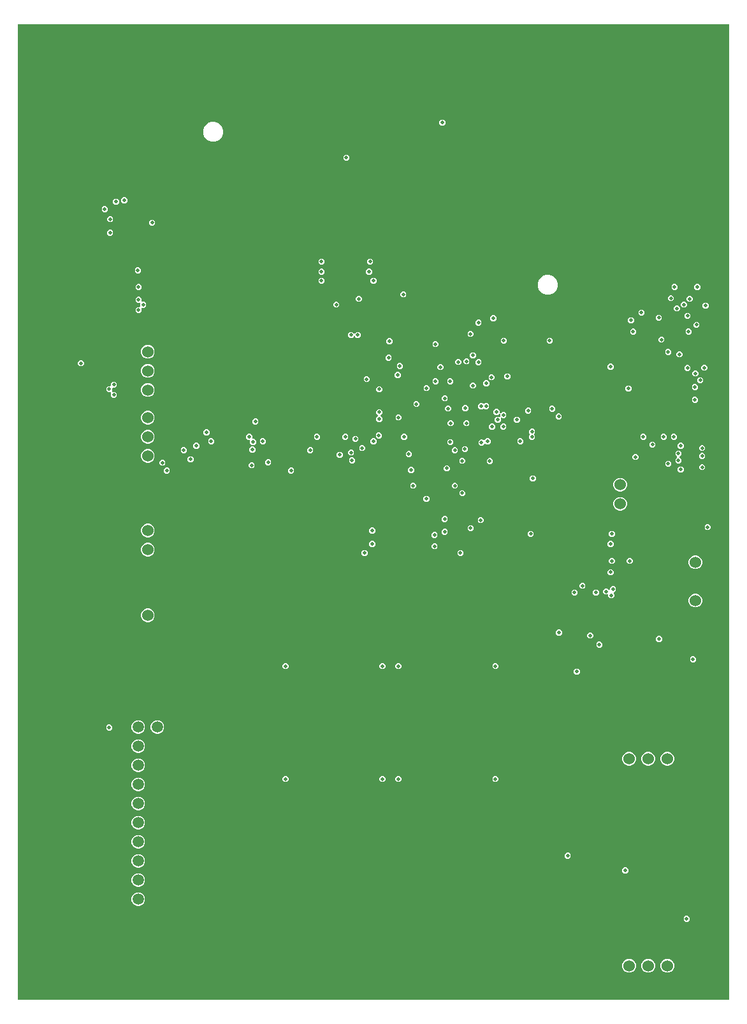
<source format=gbr>
G04 EAGLE Gerber RS-274X export*
G75*
%MOMM*%
%FSLAX34Y34*%
%LPD*%
%INCopper Layer 2*%
%IPPOS*%
%AMOC8*
5,1,8,0,0,1.08239X$1,22.5*%
G01*
%ADD10C,1.524000*%
%ADD11C,1.500000*%
%ADD12C,0.950000*%
%ADD13C,4.200000*%
%ADD14C,0.499800*%

G36*
X471564Y2510D02*
X471564Y2510D01*
X471628Y2509D01*
X471703Y2530D01*
X471779Y2541D01*
X471838Y2567D01*
X471900Y2584D01*
X471966Y2625D01*
X472036Y2657D01*
X472085Y2699D01*
X472140Y2732D01*
X472192Y2790D01*
X472250Y2840D01*
X472286Y2894D01*
X472329Y2942D01*
X472362Y3011D01*
X472405Y3076D01*
X472424Y3138D01*
X472452Y3195D01*
X472463Y3265D01*
X472487Y3346D01*
X472488Y3431D01*
X472499Y3500D01*
X472499Y1296500D01*
X472490Y1296564D01*
X472491Y1296628D01*
X472470Y1296703D01*
X472459Y1296779D01*
X472433Y1296838D01*
X472416Y1296900D01*
X472375Y1296966D01*
X472343Y1297036D01*
X472301Y1297085D01*
X472268Y1297140D01*
X472210Y1297192D01*
X472160Y1297250D01*
X472106Y1297286D01*
X472058Y1297329D01*
X471989Y1297362D01*
X471924Y1297405D01*
X471862Y1297424D01*
X471805Y1297452D01*
X471735Y1297463D01*
X471654Y1297487D01*
X471569Y1297488D01*
X471500Y1297499D01*
X-471500Y1297499D01*
X-471564Y1297490D01*
X-471628Y1297491D01*
X-471703Y1297470D01*
X-471779Y1297459D01*
X-471838Y1297433D01*
X-471900Y1297416D01*
X-471966Y1297375D01*
X-472036Y1297343D01*
X-472085Y1297301D01*
X-472140Y1297268D01*
X-472192Y1297210D01*
X-472250Y1297160D01*
X-472286Y1297106D01*
X-472329Y1297058D01*
X-472362Y1296989D01*
X-472405Y1296924D01*
X-472424Y1296862D01*
X-472452Y1296805D01*
X-472463Y1296735D01*
X-472487Y1296654D01*
X-472488Y1296569D01*
X-472499Y1296500D01*
X-472499Y3500D01*
X-472490Y3436D01*
X-472491Y3372D01*
X-472470Y3297D01*
X-472459Y3221D01*
X-472433Y3162D01*
X-472416Y3100D01*
X-472375Y3034D01*
X-472343Y2964D01*
X-472301Y2915D01*
X-472268Y2860D01*
X-472210Y2808D01*
X-472160Y2750D01*
X-472106Y2714D01*
X-472058Y2671D01*
X-471989Y2638D01*
X-471924Y2595D01*
X-471862Y2576D01*
X-471805Y2548D01*
X-471735Y2537D01*
X-471654Y2513D01*
X-471569Y2512D01*
X-471500Y2501D01*
X471500Y2501D01*
X471564Y2510D01*
G37*
%LPC*%
G36*
X228840Y938390D02*
X228840Y938390D01*
X223969Y940407D01*
X220242Y944135D01*
X218225Y949005D01*
X218225Y954277D01*
X220242Y959147D01*
X223969Y962874D01*
X228840Y964892D01*
X234111Y964892D01*
X238981Y962874D01*
X242709Y959147D01*
X244726Y954277D01*
X244726Y949005D01*
X242709Y944135D01*
X238981Y940407D01*
X234111Y938390D01*
X228840Y938390D01*
G37*
%LPD*%
%LPC*%
G36*
X-215660Y1141590D02*
X-215660Y1141590D01*
X-220531Y1143607D01*
X-224258Y1147335D01*
X-226275Y1152205D01*
X-226275Y1157477D01*
X-224258Y1162347D01*
X-220531Y1166074D01*
X-215660Y1168092D01*
X-210389Y1168092D01*
X-205519Y1166074D01*
X-201791Y1162347D01*
X-199774Y1157477D01*
X-199774Y1152205D01*
X-201791Y1147335D01*
X-205519Y1143607D01*
X-210389Y1141590D01*
X-215660Y1141590D01*
G37*
%LPD*%
%LPC*%
G36*
X337786Y38379D02*
X337786Y38379D01*
X334433Y39768D01*
X331868Y42333D01*
X330479Y45686D01*
X330479Y49314D01*
X331868Y52667D01*
X334433Y55232D01*
X337786Y56621D01*
X341414Y56621D01*
X344767Y55232D01*
X347332Y52667D01*
X348721Y49314D01*
X348721Y45686D01*
X347332Y42333D01*
X344767Y39768D01*
X341414Y38379D01*
X337786Y38379D01*
G37*
%LPD*%
%LPC*%
G36*
X-301814Y590879D02*
X-301814Y590879D01*
X-305167Y592268D01*
X-307732Y594833D01*
X-309121Y598186D01*
X-309121Y601814D01*
X-307732Y605167D01*
X-305167Y607732D01*
X-301814Y609121D01*
X-298186Y609121D01*
X-294833Y607732D01*
X-292268Y605167D01*
X-290879Y601814D01*
X-290879Y598186D01*
X-292268Y594833D01*
X-294833Y592268D01*
X-298186Y590879D01*
X-301814Y590879D01*
G37*
%LPD*%
%LPC*%
G36*
X-301814Y740879D02*
X-301814Y740879D01*
X-305167Y742268D01*
X-307732Y744833D01*
X-309121Y748186D01*
X-309121Y751814D01*
X-307732Y755167D01*
X-305167Y757732D01*
X-301814Y759121D01*
X-298186Y759121D01*
X-294833Y757732D01*
X-292268Y755167D01*
X-290879Y751814D01*
X-290879Y748186D01*
X-292268Y744833D01*
X-294833Y742268D01*
X-298186Y740879D01*
X-301814Y740879D01*
G37*
%LPD*%
%LPC*%
G36*
X-301814Y802979D02*
X-301814Y802979D01*
X-305167Y804368D01*
X-307732Y806933D01*
X-309121Y810286D01*
X-309121Y813914D01*
X-307732Y817267D01*
X-305167Y819832D01*
X-301814Y821221D01*
X-298186Y821221D01*
X-294833Y819832D01*
X-292268Y817267D01*
X-290879Y813914D01*
X-290879Y810286D01*
X-292268Y806933D01*
X-294833Y804368D01*
X-298186Y802979D01*
X-301814Y802979D01*
G37*
%LPD*%
%LPC*%
G36*
X-301814Y853779D02*
X-301814Y853779D01*
X-305167Y855168D01*
X-307732Y857733D01*
X-309121Y861086D01*
X-309121Y864714D01*
X-307732Y868067D01*
X-305167Y870632D01*
X-301814Y872021D01*
X-298186Y872021D01*
X-294833Y870632D01*
X-292268Y868067D01*
X-290879Y864714D01*
X-290879Y861086D01*
X-292268Y857733D01*
X-294833Y855168D01*
X-298186Y853779D01*
X-301814Y853779D01*
G37*
%LPD*%
%LPC*%
G36*
X425686Y574279D02*
X425686Y574279D01*
X422333Y575668D01*
X419768Y578233D01*
X418379Y581586D01*
X418379Y585214D01*
X419768Y588567D01*
X422333Y591132D01*
X425686Y592521D01*
X429314Y592521D01*
X432667Y591132D01*
X435232Y588567D01*
X436621Y585214D01*
X436621Y581586D01*
X435232Y578233D01*
X432667Y575668D01*
X429314Y574279D01*
X425686Y574279D01*
G37*
%LPD*%
%LPC*%
G36*
X-301814Y828379D02*
X-301814Y828379D01*
X-305167Y829768D01*
X-307732Y832333D01*
X-309121Y835686D01*
X-309121Y839314D01*
X-307732Y842667D01*
X-305167Y845232D01*
X-301814Y846621D01*
X-298186Y846621D01*
X-294833Y845232D01*
X-292268Y842667D01*
X-290879Y839314D01*
X-290879Y835686D01*
X-292268Y832333D01*
X-294833Y829768D01*
X-298186Y828379D01*
X-301814Y828379D01*
G37*
%LPD*%
%LPC*%
G36*
X425686Y523479D02*
X425686Y523479D01*
X422333Y524868D01*
X419768Y527433D01*
X418379Y530786D01*
X418379Y534414D01*
X419768Y537767D01*
X422333Y540332D01*
X425686Y541721D01*
X429314Y541721D01*
X432667Y540332D01*
X435232Y537767D01*
X436621Y534414D01*
X436621Y530786D01*
X435232Y527433D01*
X432667Y524868D01*
X429314Y523479D01*
X425686Y523479D01*
G37*
%LPD*%
%LPC*%
G36*
X-301814Y715479D02*
X-301814Y715479D01*
X-305167Y716868D01*
X-307732Y719433D01*
X-309121Y722786D01*
X-309121Y726414D01*
X-307732Y729767D01*
X-305167Y732332D01*
X-301814Y733721D01*
X-298186Y733721D01*
X-294833Y732332D01*
X-292268Y729767D01*
X-290879Y726414D01*
X-290879Y722786D01*
X-292268Y719433D01*
X-294833Y716868D01*
X-298186Y715479D01*
X-301814Y715479D01*
G37*
%LPD*%
%LPC*%
G36*
X-301814Y503579D02*
X-301814Y503579D01*
X-305167Y504968D01*
X-307732Y507533D01*
X-309121Y510886D01*
X-309121Y514514D01*
X-307732Y517867D01*
X-305167Y520432D01*
X-301814Y521821D01*
X-298186Y521821D01*
X-294833Y520432D01*
X-292268Y517867D01*
X-290879Y514514D01*
X-290879Y510886D01*
X-292268Y507533D01*
X-294833Y504968D01*
X-298186Y503579D01*
X-301814Y503579D01*
G37*
%LPD*%
%LPC*%
G36*
X388586Y313379D02*
X388586Y313379D01*
X385233Y314768D01*
X382668Y317333D01*
X381279Y320686D01*
X381279Y324314D01*
X382668Y327667D01*
X385233Y330232D01*
X388586Y331621D01*
X392214Y331621D01*
X395567Y330232D01*
X398132Y327667D01*
X399521Y324314D01*
X399521Y320686D01*
X398132Y317333D01*
X395567Y314768D01*
X392214Y313379D01*
X388586Y313379D01*
G37*
%LPD*%
%LPC*%
G36*
X363186Y313379D02*
X363186Y313379D01*
X359833Y314768D01*
X357268Y317333D01*
X355879Y320686D01*
X355879Y324314D01*
X357268Y327667D01*
X359833Y330232D01*
X363186Y331621D01*
X366814Y331621D01*
X370167Y330232D01*
X372732Y327667D01*
X374121Y324314D01*
X374121Y320686D01*
X372732Y317333D01*
X370167Y314768D01*
X366814Y313379D01*
X363186Y313379D01*
G37*
%LPD*%
%LPC*%
G36*
X337786Y313379D02*
X337786Y313379D01*
X334433Y314768D01*
X331868Y317333D01*
X330479Y320686D01*
X330479Y324314D01*
X331868Y327667D01*
X334433Y330232D01*
X337786Y331621D01*
X341414Y331621D01*
X344767Y330232D01*
X347332Y327667D01*
X348721Y324314D01*
X348721Y320686D01*
X347332Y317333D01*
X344767Y314768D01*
X341414Y313379D01*
X337786Y313379D01*
G37*
%LPD*%
%LPC*%
G36*
X363186Y38379D02*
X363186Y38379D01*
X359833Y39768D01*
X357268Y42333D01*
X355879Y45686D01*
X355879Y49314D01*
X357268Y52667D01*
X359833Y55232D01*
X363186Y56621D01*
X366814Y56621D01*
X370167Y55232D01*
X372732Y52667D01*
X374121Y49314D01*
X374121Y45686D01*
X372732Y42333D01*
X370167Y39768D01*
X366814Y38379D01*
X363186Y38379D01*
G37*
%LPD*%
%LPC*%
G36*
X-301814Y766279D02*
X-301814Y766279D01*
X-305167Y767668D01*
X-307732Y770233D01*
X-309121Y773586D01*
X-309121Y777214D01*
X-307732Y780567D01*
X-305167Y783132D01*
X-301814Y784521D01*
X-298186Y784521D01*
X-294833Y783132D01*
X-292268Y780567D01*
X-290879Y777214D01*
X-290879Y773586D01*
X-292268Y770233D01*
X-294833Y767668D01*
X-298186Y766279D01*
X-301814Y766279D01*
G37*
%LPD*%
%LPC*%
G36*
X388586Y38379D02*
X388586Y38379D01*
X385233Y39768D01*
X382668Y42333D01*
X381279Y45686D01*
X381279Y49314D01*
X382668Y52667D01*
X385233Y55232D01*
X388586Y56621D01*
X392214Y56621D01*
X395567Y55232D01*
X398132Y52667D01*
X399521Y49314D01*
X399521Y45686D01*
X398132Y42333D01*
X395567Y39768D01*
X392214Y38379D01*
X388586Y38379D01*
G37*
%LPD*%
%LPC*%
G36*
X326086Y676979D02*
X326086Y676979D01*
X322733Y678368D01*
X320168Y680933D01*
X318779Y684286D01*
X318779Y687914D01*
X320168Y691267D01*
X322733Y693832D01*
X326086Y695221D01*
X329714Y695221D01*
X333067Y693832D01*
X335632Y691267D01*
X337021Y687914D01*
X337021Y684286D01*
X335632Y680933D01*
X333067Y678368D01*
X329714Y676979D01*
X326086Y676979D01*
G37*
%LPD*%
%LPC*%
G36*
X326086Y651579D02*
X326086Y651579D01*
X322733Y652968D01*
X320168Y655533D01*
X318779Y658886D01*
X318779Y662514D01*
X320168Y665867D01*
X322733Y668432D01*
X326086Y669821D01*
X329714Y669821D01*
X333067Y668432D01*
X335632Y665867D01*
X337021Y662514D01*
X337021Y658886D01*
X335632Y655533D01*
X333067Y652968D01*
X329714Y651579D01*
X326086Y651579D01*
G37*
%LPD*%
%LPC*%
G36*
X-301814Y616279D02*
X-301814Y616279D01*
X-305167Y617668D01*
X-307732Y620233D01*
X-309121Y623586D01*
X-309121Y627214D01*
X-307732Y630567D01*
X-305167Y633132D01*
X-301814Y634521D01*
X-298186Y634521D01*
X-294833Y633132D01*
X-292268Y630567D01*
X-290879Y627214D01*
X-290879Y623586D01*
X-292268Y620233D01*
X-294833Y617668D01*
X-298186Y616279D01*
X-301814Y616279D01*
G37*
%LPD*%
%LPC*%
G36*
X-289090Y355299D02*
X-289090Y355299D01*
X-292399Y356670D01*
X-294930Y359201D01*
X-296301Y362510D01*
X-296301Y366090D01*
X-294930Y369399D01*
X-292399Y371930D01*
X-289090Y373301D01*
X-285510Y373301D01*
X-282201Y371930D01*
X-279670Y369399D01*
X-278299Y366090D01*
X-278299Y362510D01*
X-279670Y359201D01*
X-282201Y356670D01*
X-285510Y355299D01*
X-289090Y355299D01*
G37*
%LPD*%
%LPC*%
G36*
X-314490Y355299D02*
X-314490Y355299D01*
X-317799Y356670D01*
X-320330Y359201D01*
X-321701Y362510D01*
X-321701Y366090D01*
X-320330Y369399D01*
X-317799Y371930D01*
X-314490Y373301D01*
X-310910Y373301D01*
X-307601Y371930D01*
X-305070Y369399D01*
X-303699Y366090D01*
X-303699Y362510D01*
X-305070Y359201D01*
X-307601Y356670D01*
X-310910Y355299D01*
X-314490Y355299D01*
G37*
%LPD*%
%LPC*%
G36*
X-314490Y304499D02*
X-314490Y304499D01*
X-317799Y305870D01*
X-320330Y308401D01*
X-321701Y311710D01*
X-321701Y315290D01*
X-320330Y318599D01*
X-317799Y321130D01*
X-314490Y322501D01*
X-310910Y322501D01*
X-307601Y321130D01*
X-305070Y318599D01*
X-303699Y315290D01*
X-303699Y311710D01*
X-305070Y308401D01*
X-307601Y305870D01*
X-310910Y304499D01*
X-314490Y304499D01*
G37*
%LPD*%
%LPC*%
G36*
X-314490Y279099D02*
X-314490Y279099D01*
X-317799Y280470D01*
X-320330Y283001D01*
X-321701Y286310D01*
X-321701Y289890D01*
X-320330Y293199D01*
X-317799Y295730D01*
X-314490Y297101D01*
X-310910Y297101D01*
X-307601Y295730D01*
X-305070Y293199D01*
X-303699Y289890D01*
X-303699Y286310D01*
X-305070Y283001D01*
X-307601Y280470D01*
X-310910Y279099D01*
X-314490Y279099D01*
G37*
%LPD*%
%LPC*%
G36*
X-314490Y253699D02*
X-314490Y253699D01*
X-317799Y255070D01*
X-320330Y257601D01*
X-321701Y260910D01*
X-321701Y264490D01*
X-320330Y267799D01*
X-317799Y270330D01*
X-314490Y271701D01*
X-310910Y271701D01*
X-307601Y270330D01*
X-305070Y267799D01*
X-303699Y264490D01*
X-303699Y260910D01*
X-305070Y257601D01*
X-307601Y255070D01*
X-310910Y253699D01*
X-314490Y253699D01*
G37*
%LPD*%
%LPC*%
G36*
X-314490Y228299D02*
X-314490Y228299D01*
X-317799Y229670D01*
X-320330Y232201D01*
X-321701Y235510D01*
X-321701Y239090D01*
X-320330Y242399D01*
X-317799Y244930D01*
X-314490Y246301D01*
X-310910Y246301D01*
X-307601Y244930D01*
X-305070Y242399D01*
X-303699Y239090D01*
X-303699Y235510D01*
X-305070Y232201D01*
X-307601Y229670D01*
X-310910Y228299D01*
X-314490Y228299D01*
G37*
%LPD*%
%LPC*%
G36*
X-314490Y329899D02*
X-314490Y329899D01*
X-317799Y331270D01*
X-320330Y333801D01*
X-321701Y337110D01*
X-321701Y340690D01*
X-320330Y343999D01*
X-317799Y346530D01*
X-314490Y347901D01*
X-310910Y347901D01*
X-307601Y346530D01*
X-305070Y343999D01*
X-303699Y340690D01*
X-303699Y337110D01*
X-305070Y333801D01*
X-307601Y331270D01*
X-310910Y329899D01*
X-314490Y329899D01*
G37*
%LPD*%
%LPC*%
G36*
X-314490Y177499D02*
X-314490Y177499D01*
X-317799Y178870D01*
X-320330Y181401D01*
X-321701Y184710D01*
X-321701Y188290D01*
X-320330Y191599D01*
X-317799Y194130D01*
X-314490Y195501D01*
X-310910Y195501D01*
X-307601Y194130D01*
X-305070Y191599D01*
X-303699Y188290D01*
X-303699Y184710D01*
X-305070Y181401D01*
X-307601Y178870D01*
X-310910Y177499D01*
X-314490Y177499D01*
G37*
%LPD*%
%LPC*%
G36*
X-314490Y152099D02*
X-314490Y152099D01*
X-317799Y153470D01*
X-320330Y156001D01*
X-321701Y159310D01*
X-321701Y162890D01*
X-320330Y166199D01*
X-317799Y168730D01*
X-314490Y170101D01*
X-310910Y170101D01*
X-307601Y168730D01*
X-305070Y166199D01*
X-303699Y162890D01*
X-303699Y159310D01*
X-305070Y156001D01*
X-307601Y153470D01*
X-310910Y152099D01*
X-314490Y152099D01*
G37*
%LPD*%
%LPC*%
G36*
X-314490Y126699D02*
X-314490Y126699D01*
X-317799Y128070D01*
X-320330Y130601D01*
X-321701Y133910D01*
X-321701Y137490D01*
X-320330Y140799D01*
X-317799Y143330D01*
X-314490Y144701D01*
X-310910Y144701D01*
X-307601Y143330D01*
X-305070Y140799D01*
X-303699Y137490D01*
X-303699Y133910D01*
X-305070Y130601D01*
X-307601Y128070D01*
X-310910Y126699D01*
X-314490Y126699D01*
G37*
%LPD*%
%LPC*%
G36*
X-314490Y202899D02*
X-314490Y202899D01*
X-317799Y204270D01*
X-320330Y206801D01*
X-321701Y210110D01*
X-321701Y213690D01*
X-320330Y216999D01*
X-317799Y219530D01*
X-314490Y220901D01*
X-310910Y220901D01*
X-307601Y219530D01*
X-305070Y216999D01*
X-303699Y213690D01*
X-303699Y210110D01*
X-305070Y206801D01*
X-307601Y204270D01*
X-310910Y202899D01*
X-314490Y202899D01*
G37*
%LPD*%
%LPC*%
G36*
X314343Y535500D02*
X314343Y535500D01*
X312000Y537843D01*
X312000Y539501D01*
X311991Y539565D01*
X311992Y539629D01*
X311971Y539704D01*
X311960Y539780D01*
X311934Y539839D01*
X311917Y539901D01*
X311876Y539967D01*
X311844Y540037D01*
X311802Y540086D01*
X311769Y540141D01*
X311711Y540193D01*
X311661Y540251D01*
X311607Y540287D01*
X311559Y540330D01*
X311490Y540363D01*
X311425Y540406D01*
X311363Y540425D01*
X311306Y540453D01*
X311236Y540464D01*
X311155Y540488D01*
X311070Y540489D01*
X311001Y540500D01*
X307343Y540500D01*
X305000Y542843D01*
X305000Y546157D01*
X307343Y548500D01*
X310657Y548500D01*
X312294Y546862D01*
X312320Y546843D01*
X312341Y546818D01*
X312433Y546758D01*
X312520Y546693D01*
X312550Y546681D01*
X312577Y546664D01*
X312682Y546632D01*
X312784Y546593D01*
X312816Y546591D01*
X312847Y546581D01*
X312956Y546580D01*
X313065Y546571D01*
X313097Y546578D01*
X313129Y546578D01*
X313234Y546607D01*
X313341Y546629D01*
X313370Y546644D01*
X313401Y546653D01*
X313494Y546710D01*
X313590Y546761D01*
X313613Y546784D01*
X313641Y546801D01*
X313714Y546882D01*
X313792Y546958D01*
X313808Y546986D01*
X313830Y547010D01*
X313877Y547109D01*
X313931Y547204D01*
X313939Y547235D01*
X313953Y547264D01*
X313967Y547353D01*
X313996Y547478D01*
X313994Y547527D01*
X314000Y547569D01*
X314000Y549157D01*
X316343Y551500D01*
X319657Y551500D01*
X322000Y549157D01*
X322000Y545843D01*
X319364Y543208D01*
X319349Y543187D01*
X319318Y543161D01*
X319300Y543134D01*
X319277Y543111D01*
X319233Y543033D01*
X319195Y542982D01*
X319186Y542959D01*
X319164Y542925D01*
X319154Y542894D01*
X319138Y542866D01*
X319117Y542776D01*
X319095Y542718D01*
X319094Y542695D01*
X319081Y542655D01*
X319081Y542623D01*
X319073Y542592D01*
X319078Y542498D01*
X319073Y542437D01*
X319078Y542415D01*
X319078Y542373D01*
X319086Y542342D01*
X319088Y542310D01*
X319118Y542222D01*
X319131Y542161D01*
X319142Y542141D01*
X319153Y542101D01*
X319170Y542074D01*
X319180Y542043D01*
X319229Y541976D01*
X319264Y541912D01*
X319280Y541895D01*
X319301Y541861D01*
X319337Y541829D01*
X319362Y541794D01*
X320000Y541157D01*
X320000Y537843D01*
X317657Y535500D01*
X314343Y535500D01*
G37*
%LPD*%
%LPC*%
G36*
X-313657Y914000D02*
X-313657Y914000D01*
X-316000Y916343D01*
X-316000Y919657D01*
X-313657Y922000D01*
X-310999Y922000D01*
X-310935Y922009D01*
X-310871Y922008D01*
X-310796Y922029D01*
X-310720Y922040D01*
X-310661Y922066D01*
X-310599Y922083D01*
X-310533Y922124D01*
X-310463Y922156D01*
X-310414Y922198D01*
X-310359Y922231D01*
X-310307Y922289D01*
X-310249Y922339D01*
X-310213Y922393D01*
X-310170Y922441D01*
X-310137Y922510D01*
X-310094Y922575D01*
X-310075Y922637D01*
X-310047Y922694D01*
X-310036Y922764D01*
X-310012Y922845D01*
X-310011Y922930D01*
X-310000Y922999D01*
X-310000Y927001D01*
X-310009Y927065D01*
X-310008Y927129D01*
X-310029Y927204D01*
X-310040Y927280D01*
X-310066Y927339D01*
X-310083Y927401D01*
X-310124Y927467D01*
X-310156Y927537D01*
X-310198Y927586D01*
X-310231Y927641D01*
X-310289Y927693D01*
X-310339Y927751D01*
X-310393Y927787D01*
X-310441Y927830D01*
X-310510Y927863D01*
X-310575Y927906D01*
X-310637Y927925D01*
X-310694Y927953D01*
X-310764Y927964D01*
X-310845Y927988D01*
X-310930Y927989D01*
X-310999Y928000D01*
X-313657Y928000D01*
X-316000Y930343D01*
X-316000Y933657D01*
X-313657Y936000D01*
X-310343Y936000D01*
X-308000Y933657D01*
X-308000Y929999D01*
X-307991Y929935D01*
X-307992Y929871D01*
X-307971Y929796D01*
X-307960Y929720D01*
X-307934Y929661D01*
X-307917Y929599D01*
X-307876Y929533D01*
X-307844Y929463D01*
X-307802Y929414D01*
X-307769Y929359D01*
X-307711Y929307D01*
X-307661Y929249D01*
X-307607Y929213D01*
X-307559Y929170D01*
X-307490Y929137D01*
X-307425Y929094D01*
X-307363Y929075D01*
X-307306Y929047D01*
X-307236Y929036D01*
X-307155Y929012D01*
X-307070Y929011D01*
X-307001Y929000D01*
X-304343Y929000D01*
X-302000Y926657D01*
X-302000Y923343D01*
X-304343Y921000D01*
X-307001Y921000D01*
X-307065Y920991D01*
X-307129Y920992D01*
X-307204Y920971D01*
X-307280Y920960D01*
X-307339Y920934D01*
X-307401Y920917D01*
X-307467Y920876D01*
X-307537Y920844D01*
X-307586Y920802D01*
X-307641Y920769D01*
X-307693Y920711D01*
X-307751Y920661D01*
X-307787Y920607D01*
X-307830Y920559D01*
X-307863Y920490D01*
X-307906Y920425D01*
X-307925Y920363D01*
X-307953Y920306D01*
X-307964Y920236D01*
X-307988Y920155D01*
X-307989Y920070D01*
X-308000Y920001D01*
X-308000Y916343D01*
X-310343Y914000D01*
X-313657Y914000D01*
G37*
%LPD*%
%LPC*%
G36*
X-346657Y801500D02*
X-346657Y801500D01*
X-349000Y803843D01*
X-349000Y807157D01*
X-348862Y807294D01*
X-348843Y807320D01*
X-348818Y807341D01*
X-348758Y807433D01*
X-348693Y807520D01*
X-348681Y807550D01*
X-348664Y807577D01*
X-348632Y807682D01*
X-348593Y807784D01*
X-348591Y807816D01*
X-348581Y807847D01*
X-348580Y807956D01*
X-348571Y808065D01*
X-348578Y808097D01*
X-348578Y808129D01*
X-348607Y808234D01*
X-348629Y808341D01*
X-348644Y808370D01*
X-348653Y808401D01*
X-348710Y808494D01*
X-348761Y808590D01*
X-348784Y808613D01*
X-348801Y808641D01*
X-348882Y808714D01*
X-348958Y808792D01*
X-348986Y808808D01*
X-349010Y808830D01*
X-349109Y808877D01*
X-349204Y808931D01*
X-349235Y808939D01*
X-349264Y808953D01*
X-349354Y808967D01*
X-349478Y808996D01*
X-349526Y808994D01*
X-349569Y809000D01*
X-352657Y809000D01*
X-355000Y811343D01*
X-355000Y814657D01*
X-352657Y817000D01*
X-349999Y817000D01*
X-349935Y817009D01*
X-349871Y817008D01*
X-349796Y817029D01*
X-349720Y817040D01*
X-349661Y817066D01*
X-349599Y817083D01*
X-349533Y817124D01*
X-349463Y817156D01*
X-349414Y817198D01*
X-349359Y817231D01*
X-349307Y817289D01*
X-349249Y817339D01*
X-349213Y817393D01*
X-349170Y817441D01*
X-349137Y817510D01*
X-349094Y817575D01*
X-349075Y817637D01*
X-349047Y817694D01*
X-349036Y817764D01*
X-349012Y817845D01*
X-349011Y817930D01*
X-349000Y817999D01*
X-349000Y820657D01*
X-346657Y823000D01*
X-343343Y823000D01*
X-341000Y820657D01*
X-341000Y817343D01*
X-343343Y815000D01*
X-346001Y815000D01*
X-346065Y814991D01*
X-346129Y814992D01*
X-346204Y814971D01*
X-346280Y814960D01*
X-346339Y814934D01*
X-346401Y814917D01*
X-346467Y814876D01*
X-346537Y814844D01*
X-346586Y814802D01*
X-346641Y814769D01*
X-346693Y814711D01*
X-346751Y814661D01*
X-346787Y814607D01*
X-346830Y814559D01*
X-346863Y814490D01*
X-346906Y814425D01*
X-346925Y814363D01*
X-346953Y814306D01*
X-346964Y814236D01*
X-346988Y814155D01*
X-346989Y814070D01*
X-347000Y814001D01*
X-347000Y811343D01*
X-347138Y811206D01*
X-347157Y811180D01*
X-347182Y811159D01*
X-347242Y811067D01*
X-347307Y810980D01*
X-347319Y810950D01*
X-347336Y810923D01*
X-347368Y810818D01*
X-347407Y810716D01*
X-347409Y810684D01*
X-347419Y810653D01*
X-347420Y810544D01*
X-347429Y810435D01*
X-347422Y810403D01*
X-347422Y810371D01*
X-347393Y810266D01*
X-347371Y810159D01*
X-347356Y810130D01*
X-347347Y810099D01*
X-347290Y810006D01*
X-347239Y809910D01*
X-347216Y809887D01*
X-347199Y809859D01*
X-347118Y809786D01*
X-347042Y809708D01*
X-347014Y809692D01*
X-346990Y809670D01*
X-346891Y809623D01*
X-346796Y809569D01*
X-346765Y809561D01*
X-346736Y809547D01*
X-346646Y809533D01*
X-346522Y809504D01*
X-346474Y809506D01*
X-346431Y809500D01*
X-343343Y809500D01*
X-341000Y807157D01*
X-341000Y803843D01*
X-343343Y801500D01*
X-346657Y801500D01*
G37*
%LPD*%
%LPC*%
G36*
X163343Y768500D02*
X163343Y768500D01*
X161000Y770843D01*
X161000Y774157D01*
X163343Y776500D01*
X166657Y776500D01*
X166794Y776362D01*
X166820Y776343D01*
X166841Y776318D01*
X166933Y776258D01*
X167020Y776193D01*
X167050Y776181D01*
X167077Y776164D01*
X167182Y776132D01*
X167284Y776093D01*
X167316Y776091D01*
X167347Y776081D01*
X167456Y776080D01*
X167565Y776071D01*
X167597Y776078D01*
X167629Y776078D01*
X167734Y776107D01*
X167841Y776129D01*
X167870Y776144D01*
X167901Y776153D01*
X167994Y776210D01*
X168090Y776261D01*
X168113Y776284D01*
X168141Y776301D01*
X168214Y776382D01*
X168292Y776458D01*
X168308Y776486D01*
X168330Y776510D01*
X168377Y776609D01*
X168431Y776704D01*
X168439Y776735D01*
X168453Y776764D01*
X168467Y776854D01*
X168496Y776978D01*
X168494Y777026D01*
X168500Y777069D01*
X168500Y779931D01*
X168496Y779963D01*
X168498Y779995D01*
X168492Y780026D01*
X168492Y780045D01*
X168476Y780105D01*
X168460Y780211D01*
X168447Y780240D01*
X168441Y780272D01*
X168417Y780315D01*
X168417Y780317D01*
X168414Y780322D01*
X168389Y780368D01*
X168344Y780468D01*
X168323Y780492D01*
X168308Y780521D01*
X168232Y780599D01*
X168161Y780682D01*
X168134Y780700D01*
X168111Y780723D01*
X168016Y780776D01*
X167925Y780836D01*
X167894Y780846D01*
X167866Y780862D01*
X167760Y780887D01*
X167655Y780919D01*
X167623Y780919D01*
X167592Y780927D01*
X167482Y780921D01*
X167373Y780922D01*
X167342Y780914D01*
X167310Y780912D01*
X167207Y780876D01*
X167101Y780847D01*
X167074Y780830D01*
X167043Y780820D01*
X166981Y780774D01*
X166951Y780760D01*
X166925Y780738D01*
X166861Y780699D01*
X166829Y780663D01*
X166794Y780638D01*
X165157Y779000D01*
X161843Y779000D01*
X159500Y781343D01*
X159500Y784657D01*
X161843Y787000D01*
X165157Y787000D01*
X167500Y784657D01*
X167500Y781819D01*
X167504Y781787D01*
X167502Y781755D01*
X167524Y781648D01*
X167540Y781539D01*
X167553Y781510D01*
X167559Y781478D01*
X167611Y781382D01*
X167656Y781282D01*
X167677Y781258D01*
X167692Y781229D01*
X167768Y781151D01*
X167839Y781068D01*
X167866Y781050D01*
X167889Y781027D01*
X167984Y780974D01*
X168075Y780914D01*
X168106Y780904D01*
X168134Y780888D01*
X168240Y780863D01*
X168345Y780831D01*
X168377Y780831D01*
X168408Y780823D01*
X168518Y780829D01*
X168627Y780828D01*
X168658Y780836D01*
X168690Y780838D01*
X168793Y780874D01*
X168899Y780903D01*
X168926Y780920D01*
X168957Y780930D01*
X169030Y780984D01*
X169139Y781051D01*
X169171Y781087D01*
X169206Y781112D01*
X170843Y782750D01*
X174157Y782750D01*
X176500Y780407D01*
X176500Y777093D01*
X174157Y774750D01*
X170843Y774750D01*
X170706Y774888D01*
X170680Y774907D01*
X170659Y774932D01*
X170567Y774992D01*
X170480Y775057D01*
X170450Y775069D01*
X170423Y775086D01*
X170318Y775118D01*
X170216Y775157D01*
X170184Y775159D01*
X170153Y775169D01*
X170044Y775170D01*
X169935Y775179D01*
X169903Y775172D01*
X169871Y775172D01*
X169766Y775143D01*
X169659Y775121D01*
X169630Y775106D01*
X169599Y775097D01*
X169506Y775040D01*
X169410Y774989D01*
X169387Y774966D01*
X169359Y774949D01*
X169286Y774868D01*
X169208Y774792D01*
X169192Y774764D01*
X169170Y774740D01*
X169123Y774641D01*
X169069Y774546D01*
X169061Y774515D01*
X169047Y774486D01*
X169033Y774396D01*
X169004Y774272D01*
X169006Y774224D01*
X169000Y774181D01*
X169000Y770843D01*
X166657Y768500D01*
X163343Y768500D01*
G37*
%LPD*%
%LPC*%
G36*
X5843Y769500D02*
X5843Y769500D01*
X3500Y771843D01*
X3500Y775157D01*
X5637Y777293D01*
X5675Y777345D01*
X5722Y777390D01*
X5760Y777457D01*
X5806Y777519D01*
X5829Y777579D01*
X5861Y777635D01*
X5878Y777710D01*
X5906Y777783D01*
X5911Y777847D01*
X5926Y777910D01*
X5922Y777987D01*
X5928Y778064D01*
X5914Y778127D01*
X5911Y778191D01*
X5886Y778264D01*
X5870Y778340D01*
X5840Y778397D01*
X5819Y778458D01*
X5777Y778514D01*
X5737Y778589D01*
X5678Y778650D01*
X5637Y778707D01*
X3500Y780843D01*
X3500Y784157D01*
X5843Y786500D01*
X9157Y786500D01*
X11500Y784157D01*
X11500Y780843D01*
X9363Y778707D01*
X9325Y778655D01*
X9278Y778610D01*
X9240Y778543D01*
X9194Y778481D01*
X9171Y778421D01*
X9139Y778365D01*
X9122Y778290D01*
X9094Y778217D01*
X9089Y778153D01*
X9074Y778091D01*
X9078Y778013D01*
X9072Y777936D01*
X9086Y777873D01*
X9089Y777809D01*
X9114Y777736D01*
X9130Y777660D01*
X9160Y777603D01*
X9181Y777542D01*
X9223Y777486D01*
X9263Y777411D01*
X9322Y777350D01*
X9363Y777293D01*
X11500Y775157D01*
X11500Y771843D01*
X9157Y769500D01*
X5843Y769500D01*
G37*
%LPD*%
%LPC*%
G36*
X-31657Y881000D02*
X-31657Y881000D01*
X-34000Y883343D01*
X-34000Y886657D01*
X-31657Y889000D01*
X-28343Y889000D01*
X-26207Y886863D01*
X-26155Y886825D01*
X-26110Y886778D01*
X-26043Y886740D01*
X-25981Y886694D01*
X-25921Y886671D01*
X-25865Y886639D01*
X-25790Y886622D01*
X-25717Y886594D01*
X-25653Y886589D01*
X-25591Y886574D01*
X-25513Y886578D01*
X-25436Y886572D01*
X-25373Y886586D01*
X-25309Y886589D01*
X-25236Y886614D01*
X-25160Y886630D01*
X-25103Y886660D01*
X-25042Y886681D01*
X-24986Y886723D01*
X-24911Y886763D01*
X-24850Y886822D01*
X-24793Y886863D01*
X-22657Y889000D01*
X-19343Y889000D01*
X-17000Y886657D01*
X-17000Y883343D01*
X-19343Y881000D01*
X-22657Y881000D01*
X-24793Y883137D01*
X-24845Y883175D01*
X-24890Y883222D01*
X-24957Y883260D01*
X-25019Y883306D01*
X-25079Y883329D01*
X-25135Y883361D01*
X-25210Y883378D01*
X-25283Y883406D01*
X-25347Y883411D01*
X-25410Y883426D01*
X-25487Y883422D01*
X-25564Y883428D01*
X-25627Y883414D01*
X-25691Y883411D01*
X-25764Y883386D01*
X-25840Y883370D01*
X-25897Y883340D01*
X-25958Y883319D01*
X-26014Y883277D01*
X-26089Y883237D01*
X-26150Y883178D01*
X-26207Y883137D01*
X-28343Y881000D01*
X-31657Y881000D01*
G37*
%LPD*%
%LPC*%
G36*
X403343Y714500D02*
X403343Y714500D01*
X401000Y716843D01*
X401000Y720157D01*
X403137Y722293D01*
X403175Y722345D01*
X403222Y722390D01*
X403260Y722457D01*
X403306Y722519D01*
X403329Y722579D01*
X403361Y722635D01*
X403378Y722710D01*
X403406Y722783D01*
X403411Y722847D01*
X403426Y722910D01*
X403422Y722987D01*
X403428Y723064D01*
X403414Y723127D01*
X403411Y723191D01*
X403386Y723264D01*
X403370Y723340D01*
X403340Y723397D01*
X403319Y723458D01*
X403277Y723514D01*
X403237Y723589D01*
X403178Y723650D01*
X403137Y723707D01*
X401000Y725843D01*
X401000Y729157D01*
X403343Y731500D01*
X406657Y731500D01*
X409000Y729157D01*
X409000Y725843D01*
X406863Y723707D01*
X406825Y723655D01*
X406778Y723610D01*
X406740Y723543D01*
X406694Y723481D01*
X406671Y723421D01*
X406639Y723365D01*
X406622Y723290D01*
X406594Y723217D01*
X406589Y723153D01*
X406574Y723091D01*
X406578Y723013D01*
X406572Y722936D01*
X406586Y722873D01*
X406589Y722809D01*
X406614Y722736D01*
X406630Y722660D01*
X406660Y722603D01*
X406681Y722542D01*
X406723Y722486D01*
X406763Y722411D01*
X406822Y722350D01*
X406834Y722333D01*
X406842Y722320D01*
X406846Y722316D01*
X406863Y722293D01*
X409000Y720157D01*
X409000Y716843D01*
X406657Y714500D01*
X403343Y714500D01*
G37*
%LPD*%
%LPC*%
G36*
X-161657Y739000D02*
X-161657Y739000D01*
X-164000Y741343D01*
X-164000Y744992D01*
X-164008Y745052D01*
X-164008Y745071D01*
X-164009Y745074D01*
X-164008Y745120D01*
X-164029Y745195D01*
X-164040Y745271D01*
X-164066Y745330D01*
X-164083Y745392D01*
X-164124Y745458D01*
X-164156Y745528D01*
X-164198Y745577D01*
X-164231Y745632D01*
X-164289Y745684D01*
X-164339Y745743D01*
X-164393Y745778D01*
X-164441Y745821D01*
X-164510Y745855D01*
X-164575Y745897D01*
X-164637Y745916D01*
X-164694Y745944D01*
X-164764Y745955D01*
X-164845Y745979D01*
X-164930Y745981D01*
X-164999Y745991D01*
X-166648Y745991D01*
X-168991Y748334D01*
X-168991Y751648D01*
X-166648Y753991D01*
X-163334Y753991D01*
X-160991Y751648D01*
X-160991Y747999D01*
X-160982Y747935D01*
X-160983Y747871D01*
X-160963Y747796D01*
X-160952Y747720D01*
X-160925Y747661D01*
X-160908Y747599D01*
X-160867Y747533D01*
X-160835Y747463D01*
X-160794Y747414D01*
X-160760Y747359D01*
X-160702Y747307D01*
X-160652Y747249D01*
X-160598Y747213D01*
X-160551Y747170D01*
X-160481Y747137D01*
X-160416Y747094D01*
X-160355Y747075D01*
X-160297Y747047D01*
X-160227Y747036D01*
X-160146Y747012D01*
X-160062Y747011D01*
X-159992Y747000D01*
X-158343Y747000D01*
X-156000Y744657D01*
X-156000Y741343D01*
X-158343Y739000D01*
X-161657Y739000D01*
G37*
%LPD*%
%LPC*%
G36*
X141843Y738250D02*
X141843Y738250D01*
X139500Y740593D01*
X139500Y743907D01*
X141843Y746250D01*
X145157Y746250D01*
X145918Y745488D01*
X145970Y745449D01*
X146015Y745403D01*
X146082Y745365D01*
X146144Y745319D01*
X146204Y745296D01*
X146260Y745264D01*
X146335Y745247D01*
X146408Y745219D01*
X146472Y745214D01*
X146534Y745199D01*
X146612Y745203D01*
X146689Y745197D01*
X146752Y745211D01*
X146816Y745214D01*
X146889Y745239D01*
X146965Y745255D01*
X147022Y745285D01*
X147083Y745306D01*
X147139Y745348D01*
X147214Y745388D01*
X147275Y745447D01*
X147332Y745488D01*
X149843Y748000D01*
X153157Y748000D01*
X155500Y745657D01*
X155500Y742343D01*
X153157Y740000D01*
X149843Y740000D01*
X149082Y740762D01*
X149030Y740800D01*
X148985Y740847D01*
X148918Y740885D01*
X148856Y740931D01*
X148796Y740954D01*
X148740Y740986D01*
X148665Y741003D01*
X148592Y741031D01*
X148528Y741036D01*
X148465Y741051D01*
X148388Y741047D01*
X148311Y741053D01*
X148248Y741039D01*
X148184Y741036D01*
X148111Y741011D01*
X148035Y740995D01*
X147978Y740965D01*
X147917Y740944D01*
X147861Y740902D01*
X147786Y740862D01*
X147725Y740803D01*
X147668Y740762D01*
X145157Y738250D01*
X141843Y738250D01*
G37*
%LPD*%
%LPC*%
G36*
X141343Y786500D02*
X141343Y786500D01*
X139000Y788843D01*
X139000Y792157D01*
X141343Y794500D01*
X144657Y794500D01*
X145543Y793613D01*
X145595Y793574D01*
X145640Y793528D01*
X145707Y793490D01*
X145769Y793444D01*
X145829Y793421D01*
X145885Y793389D01*
X145960Y793372D01*
X146033Y793344D01*
X146097Y793339D01*
X146159Y793324D01*
X146237Y793328D01*
X146314Y793322D01*
X146377Y793336D01*
X146441Y793339D01*
X146514Y793364D01*
X146590Y793380D01*
X146647Y793410D01*
X146708Y793431D01*
X146764Y793473D01*
X146839Y793513D01*
X146900Y793572D01*
X146957Y793613D01*
X147843Y794500D01*
X151157Y794500D01*
X153500Y792157D01*
X153500Y788843D01*
X151157Y786500D01*
X147843Y786500D01*
X146957Y787387D01*
X146905Y787425D01*
X146860Y787472D01*
X146793Y787510D01*
X146731Y787556D01*
X146671Y787579D01*
X146615Y787611D01*
X146540Y787628D01*
X146467Y787656D01*
X146403Y787661D01*
X146340Y787676D01*
X146263Y787672D01*
X146186Y787678D01*
X146123Y787664D01*
X146059Y787661D01*
X145986Y787636D01*
X145910Y787620D01*
X145853Y787590D01*
X145792Y787569D01*
X145736Y787527D01*
X145661Y787487D01*
X145600Y787428D01*
X145543Y787387D01*
X144657Y786500D01*
X141343Y786500D01*
G37*
%LPD*%
%LPC*%
G36*
X208843Y746000D02*
X208843Y746000D01*
X206500Y748343D01*
X206500Y751657D01*
X207387Y752543D01*
X207426Y752595D01*
X207472Y752640D01*
X207510Y752707D01*
X207556Y752769D01*
X207579Y752829D01*
X207611Y752885D01*
X207628Y752960D01*
X207656Y753033D01*
X207661Y753097D01*
X207676Y753159D01*
X207672Y753237D01*
X207678Y753314D01*
X207664Y753377D01*
X207661Y753441D01*
X207636Y753514D01*
X207620Y753590D01*
X207590Y753647D01*
X207569Y753708D01*
X207527Y753764D01*
X207487Y753839D01*
X207428Y753900D01*
X207387Y753957D01*
X206500Y754843D01*
X206500Y758157D01*
X208843Y760500D01*
X212157Y760500D01*
X214500Y758157D01*
X214500Y754843D01*
X213613Y753957D01*
X213575Y753905D01*
X213528Y753860D01*
X213490Y753793D01*
X213444Y753731D01*
X213421Y753671D01*
X213389Y753615D01*
X213372Y753540D01*
X213344Y753467D01*
X213339Y753403D01*
X213324Y753340D01*
X213328Y753263D01*
X213322Y753186D01*
X213336Y753123D01*
X213339Y753059D01*
X213364Y752986D01*
X213380Y752910D01*
X213410Y752853D01*
X213431Y752792D01*
X213473Y752736D01*
X213513Y752661D01*
X213572Y752600D01*
X213613Y752543D01*
X214500Y751657D01*
X214500Y748343D01*
X212157Y746000D01*
X208843Y746000D01*
G37*
%LPD*%
%LPC*%
G36*
X157343Y903500D02*
X157343Y903500D01*
X155000Y905843D01*
X155000Y909157D01*
X157343Y911500D01*
X160657Y911500D01*
X163000Y909157D01*
X163000Y905843D01*
X160657Y903500D01*
X157343Y903500D01*
G37*
%LPD*%
%LPC*%
G36*
X340343Y900500D02*
X340343Y900500D01*
X338000Y902843D01*
X338000Y906157D01*
X340343Y908500D01*
X343657Y908500D01*
X346000Y906157D01*
X346000Y902843D01*
X343657Y900500D01*
X340343Y900500D01*
G37*
%LPD*%
%LPC*%
G36*
X137843Y897500D02*
X137843Y897500D01*
X135500Y899843D01*
X135500Y903157D01*
X137843Y905500D01*
X141157Y905500D01*
X143500Y903157D01*
X143500Y899843D01*
X141157Y897500D01*
X137843Y897500D01*
G37*
%LPD*%
%LPC*%
G36*
X427343Y894500D02*
X427343Y894500D01*
X425000Y896843D01*
X425000Y900157D01*
X427343Y902500D01*
X430657Y902500D01*
X433000Y900157D01*
X433000Y896843D01*
X430657Y894500D01*
X427343Y894500D01*
G37*
%LPD*%
%LPC*%
G36*
X416843Y885500D02*
X416843Y885500D01*
X414500Y887843D01*
X414500Y891157D01*
X416843Y893500D01*
X420157Y893500D01*
X422500Y891157D01*
X422500Y887843D01*
X420157Y885500D01*
X416843Y885500D01*
G37*
%LPD*%
%LPC*%
G36*
X343343Y885500D02*
X343343Y885500D01*
X341000Y887843D01*
X341000Y891157D01*
X343343Y893500D01*
X346657Y893500D01*
X349000Y891157D01*
X349000Y887843D01*
X346657Y885500D01*
X343343Y885500D01*
G37*
%LPD*%
%LPC*%
G36*
X127343Y882500D02*
X127343Y882500D01*
X125000Y884843D01*
X125000Y888157D01*
X127343Y890500D01*
X130657Y890500D01*
X133000Y888157D01*
X133000Y884843D01*
X130657Y882500D01*
X127343Y882500D01*
G37*
%LPD*%
%LPC*%
G36*
X380843Y875000D02*
X380843Y875000D01*
X378500Y877343D01*
X378500Y880657D01*
X380843Y883000D01*
X384157Y883000D01*
X386500Y880657D01*
X386500Y877343D01*
X384157Y875000D01*
X380843Y875000D01*
G37*
%LPD*%
%LPC*%
G36*
X232343Y873500D02*
X232343Y873500D01*
X230000Y875843D01*
X230000Y879157D01*
X232343Y881500D01*
X235657Y881500D01*
X238000Y879157D01*
X238000Y875843D01*
X235657Y873500D01*
X232343Y873500D01*
G37*
%LPD*%
%LPC*%
G36*
X171343Y873500D02*
X171343Y873500D01*
X169000Y875843D01*
X169000Y879157D01*
X171343Y881500D01*
X174657Y881500D01*
X177000Y879157D01*
X177000Y875843D01*
X174657Y873500D01*
X171343Y873500D01*
G37*
%LPD*%
%LPC*%
G36*
X19343Y873000D02*
X19343Y873000D01*
X17000Y875343D01*
X17000Y878657D01*
X19343Y881000D01*
X22657Y881000D01*
X25000Y878657D01*
X25000Y875343D01*
X22657Y873000D01*
X19343Y873000D01*
G37*
%LPD*%
%LPC*%
G36*
X80843Y869000D02*
X80843Y869000D01*
X78500Y871343D01*
X78500Y874657D01*
X80843Y877000D01*
X84157Y877000D01*
X86500Y874657D01*
X86500Y871343D01*
X84157Y869000D01*
X80843Y869000D01*
G37*
%LPD*%
%LPC*%
G36*
X389843Y858500D02*
X389843Y858500D01*
X387500Y860843D01*
X387500Y864157D01*
X389843Y866500D01*
X393157Y866500D01*
X395500Y864157D01*
X395500Y860843D01*
X393157Y858500D01*
X389843Y858500D01*
G37*
%LPD*%
%LPC*%
G36*
X404843Y855500D02*
X404843Y855500D01*
X402500Y857843D01*
X402500Y861157D01*
X404843Y863500D01*
X408157Y863500D01*
X410500Y861157D01*
X410500Y857843D01*
X408157Y855500D01*
X404843Y855500D01*
G37*
%LPD*%
%LPC*%
G36*
X130343Y854000D02*
X130343Y854000D01*
X128000Y856343D01*
X128000Y859657D01*
X130343Y862000D01*
X133657Y862000D01*
X136000Y859657D01*
X136000Y856343D01*
X133657Y854000D01*
X130343Y854000D01*
G37*
%LPD*%
%LPC*%
G36*
X18343Y851000D02*
X18343Y851000D01*
X16000Y853343D01*
X16000Y856657D01*
X18343Y859000D01*
X21657Y859000D01*
X24000Y856657D01*
X24000Y853343D01*
X21657Y851000D01*
X18343Y851000D01*
G37*
%LPD*%
%LPC*%
G36*
X121702Y846141D02*
X121702Y846141D01*
X119359Y848484D01*
X119359Y851798D01*
X121702Y854141D01*
X125016Y854141D01*
X127359Y851798D01*
X127359Y848484D01*
X125016Y846141D01*
X121702Y846141D01*
G37*
%LPD*%
%LPC*%
G36*
X110843Y845250D02*
X110843Y845250D01*
X108500Y847593D01*
X108500Y850907D01*
X110843Y853250D01*
X114157Y853250D01*
X116500Y850907D01*
X116500Y847593D01*
X114157Y845250D01*
X110843Y845250D01*
G37*
%LPD*%
%LPC*%
G36*
X137843Y845000D02*
X137843Y845000D01*
X135500Y847343D01*
X135500Y850657D01*
X137843Y853000D01*
X141157Y853000D01*
X143500Y850657D01*
X143500Y847343D01*
X141157Y845000D01*
X137843Y845000D01*
G37*
%LPD*%
%LPC*%
G36*
X-390157Y843500D02*
X-390157Y843500D01*
X-392500Y845843D01*
X-392500Y849157D01*
X-390157Y851500D01*
X-386843Y851500D01*
X-384500Y849157D01*
X-384500Y845843D01*
X-386843Y843500D01*
X-390157Y843500D01*
G37*
%LPD*%
%LPC*%
G36*
X33343Y840000D02*
X33343Y840000D01*
X31000Y842343D01*
X31000Y845657D01*
X33343Y848000D01*
X36657Y848000D01*
X39000Y845657D01*
X39000Y842343D01*
X36657Y840000D01*
X33343Y840000D01*
G37*
%LPD*%
%LPC*%
G36*
X313343Y839000D02*
X313343Y839000D01*
X311000Y841343D01*
X311000Y844657D01*
X313343Y847000D01*
X316657Y847000D01*
X319000Y844657D01*
X319000Y841343D01*
X316657Y839000D01*
X313343Y839000D01*
G37*
%LPD*%
%LPC*%
G36*
X87234Y838609D02*
X87234Y838609D01*
X84891Y840952D01*
X84891Y844266D01*
X87234Y846609D01*
X90548Y846609D01*
X92891Y844266D01*
X92891Y840952D01*
X90548Y838609D01*
X87234Y838609D01*
G37*
%LPD*%
%LPC*%
G36*
X437843Y837700D02*
X437843Y837700D01*
X435500Y840043D01*
X435500Y843357D01*
X437843Y845700D01*
X441157Y845700D01*
X443500Y843357D01*
X443500Y840043D01*
X441157Y837700D01*
X437843Y837700D01*
G37*
%LPD*%
%LPC*%
G36*
X415343Y837500D02*
X415343Y837500D01*
X413000Y839843D01*
X413000Y843157D01*
X415343Y845500D01*
X418657Y845500D01*
X421000Y843157D01*
X421000Y839843D01*
X418657Y837500D01*
X415343Y837500D01*
G37*
%LPD*%
%LPC*%
G36*
X425843Y830000D02*
X425843Y830000D01*
X423500Y832343D01*
X423500Y835657D01*
X425843Y838000D01*
X429157Y838000D01*
X431500Y835657D01*
X431500Y832343D01*
X429157Y830000D01*
X425843Y830000D01*
G37*
%LPD*%
%LPC*%
G36*
X30343Y828000D02*
X30343Y828000D01*
X28000Y830343D01*
X28000Y833657D01*
X30343Y836000D01*
X33657Y836000D01*
X36000Y833657D01*
X36000Y830343D01*
X33657Y828000D01*
X30343Y828000D01*
G37*
%LPD*%
%LPC*%
G36*
X176343Y826000D02*
X176343Y826000D01*
X174000Y828343D01*
X174000Y831657D01*
X176343Y834000D01*
X179657Y834000D01*
X182000Y831657D01*
X182000Y828343D01*
X179657Y826000D01*
X176343Y826000D01*
G37*
%LPD*%
%LPC*%
G36*
X155343Y825000D02*
X155343Y825000D01*
X153000Y827343D01*
X153000Y830657D01*
X155343Y833000D01*
X158657Y833000D01*
X161000Y830657D01*
X161000Y827343D01*
X158657Y825000D01*
X155343Y825000D01*
G37*
%LPD*%
%LPC*%
G36*
X-10657Y822500D02*
X-10657Y822500D01*
X-13000Y824843D01*
X-13000Y828157D01*
X-10657Y830500D01*
X-7343Y830500D01*
X-5000Y828157D01*
X-5000Y824843D01*
X-7343Y822500D01*
X-10657Y822500D01*
G37*
%LPD*%
%LPC*%
G36*
X432343Y821000D02*
X432343Y821000D01*
X430000Y823343D01*
X430000Y826657D01*
X432343Y829000D01*
X435657Y829000D01*
X438000Y826657D01*
X438000Y823343D01*
X435657Y821000D01*
X432343Y821000D01*
G37*
%LPD*%
%LPC*%
G36*
X100343Y819500D02*
X100343Y819500D01*
X98000Y821843D01*
X98000Y825157D01*
X100343Y827500D01*
X103657Y827500D01*
X106000Y825157D01*
X106000Y821843D01*
X103657Y819500D01*
X100343Y819500D01*
G37*
%LPD*%
%LPC*%
G36*
X80843Y819500D02*
X80843Y819500D01*
X78500Y821843D01*
X78500Y825157D01*
X80843Y827500D01*
X84157Y827500D01*
X86500Y825157D01*
X86500Y821843D01*
X84157Y819500D01*
X80843Y819500D01*
G37*
%LPD*%
%LPC*%
G36*
X148343Y817000D02*
X148343Y817000D01*
X146000Y819343D01*
X146000Y822657D01*
X148343Y825000D01*
X151657Y825000D01*
X154000Y822657D01*
X154000Y819343D01*
X151657Y817000D01*
X148343Y817000D01*
G37*
%LPD*%
%LPC*%
G36*
X130343Y814000D02*
X130343Y814000D01*
X128000Y816343D01*
X128000Y819657D01*
X130343Y822000D01*
X133657Y822000D01*
X136000Y819657D01*
X136000Y816343D01*
X133657Y814000D01*
X130343Y814000D01*
G37*
%LPD*%
%LPC*%
G36*
X425343Y812000D02*
X425343Y812000D01*
X423000Y814343D01*
X423000Y817657D01*
X425343Y820000D01*
X428657Y820000D01*
X431000Y817657D01*
X431000Y814343D01*
X428657Y812000D01*
X425343Y812000D01*
G37*
%LPD*%
%LPC*%
G36*
X68843Y810500D02*
X68843Y810500D01*
X66500Y812843D01*
X66500Y816157D01*
X68843Y818500D01*
X72157Y818500D01*
X74500Y816157D01*
X74500Y812843D01*
X72157Y810500D01*
X68843Y810500D01*
G37*
%LPD*%
%LPC*%
G36*
X336843Y810000D02*
X336843Y810000D01*
X334500Y812343D01*
X334500Y815657D01*
X336843Y818000D01*
X340157Y818000D01*
X342500Y815657D01*
X342500Y812343D01*
X340157Y810000D01*
X336843Y810000D01*
G37*
%LPD*%
%LPC*%
G36*
X5843Y809000D02*
X5843Y809000D01*
X3500Y811343D01*
X3500Y814657D01*
X5843Y817000D01*
X9157Y817000D01*
X11500Y814657D01*
X11500Y811343D01*
X9157Y809000D01*
X5843Y809000D01*
G37*
%LPD*%
%LPC*%
G36*
X92843Y797000D02*
X92843Y797000D01*
X90500Y799343D01*
X90500Y802657D01*
X92843Y805000D01*
X96157Y805000D01*
X98500Y802657D01*
X98500Y799343D01*
X96157Y797000D01*
X92843Y797000D01*
G37*
%LPD*%
%LPC*%
G36*
X425343Y795000D02*
X425343Y795000D01*
X423000Y797343D01*
X423000Y800657D01*
X425343Y803000D01*
X428657Y803000D01*
X431000Y800657D01*
X431000Y797343D01*
X428657Y795000D01*
X425343Y795000D01*
G37*
%LPD*%
%LPC*%
G36*
X55343Y789500D02*
X55343Y789500D01*
X53000Y791843D01*
X53000Y795157D01*
X55343Y797500D01*
X58657Y797500D01*
X61000Y795157D01*
X61000Y791843D01*
X58657Y789500D01*
X55343Y789500D01*
G37*
%LPD*%
%LPC*%
G36*
X120202Y783859D02*
X120202Y783859D01*
X117859Y786202D01*
X117859Y789516D01*
X120202Y791859D01*
X123516Y791859D01*
X125859Y789516D01*
X125859Y786202D01*
X123516Y783859D01*
X120202Y783859D01*
G37*
%LPD*%
%LPC*%
G36*
X97343Y783500D02*
X97343Y783500D01*
X95000Y785843D01*
X95000Y789157D01*
X97343Y791500D01*
X100657Y791500D01*
X103000Y789157D01*
X103000Y785843D01*
X100657Y783500D01*
X97343Y783500D01*
G37*
%LPD*%
%LPC*%
G36*
X235702Y783141D02*
X235702Y783141D01*
X233359Y785484D01*
X233359Y788798D01*
X235702Y791141D01*
X239016Y791141D01*
X241359Y788798D01*
X241359Y785484D01*
X239016Y783141D01*
X235702Y783141D01*
G37*
%LPD*%
%LPC*%
G36*
X203843Y780500D02*
X203843Y780500D01*
X201500Y782843D01*
X201500Y786157D01*
X203843Y788500D01*
X207157Y788500D01*
X209500Y786157D01*
X209500Y782843D01*
X207157Y780500D01*
X203843Y780500D01*
G37*
%LPD*%
%LPC*%
G36*
X244343Y773000D02*
X244343Y773000D01*
X242000Y775343D01*
X242000Y778657D01*
X244343Y781000D01*
X247657Y781000D01*
X250000Y778657D01*
X250000Y775343D01*
X247657Y773000D01*
X244343Y773000D01*
G37*
%LPD*%
%LPC*%
G36*
X31593Y771500D02*
X31593Y771500D01*
X29250Y773843D01*
X29250Y777157D01*
X31593Y779500D01*
X34907Y779500D01*
X37250Y777157D01*
X37250Y773843D01*
X34907Y771500D01*
X31593Y771500D01*
G37*
%LPD*%
%LPC*%
G36*
X188843Y768500D02*
X188843Y768500D01*
X186500Y770843D01*
X186500Y774157D01*
X188843Y776500D01*
X192157Y776500D01*
X194500Y774157D01*
X194500Y770843D01*
X192157Y768500D01*
X188843Y768500D01*
G37*
%LPD*%
%LPC*%
G36*
X-158657Y766139D02*
X-158657Y766139D01*
X-161000Y768482D01*
X-161000Y771796D01*
X-158657Y774139D01*
X-155343Y774139D01*
X-153000Y771796D01*
X-153000Y768482D01*
X-155343Y766139D01*
X-158657Y766139D01*
G37*
%LPD*%
%LPC*%
G36*
X121593Y764000D02*
X121593Y764000D01*
X119250Y766343D01*
X119250Y769657D01*
X121593Y772000D01*
X124907Y772000D01*
X127250Y769657D01*
X127250Y766343D01*
X124907Y764000D01*
X121593Y764000D01*
G37*
%LPD*%
%LPC*%
G36*
X100843Y764000D02*
X100843Y764000D01*
X98500Y766343D01*
X98500Y769657D01*
X100843Y772000D01*
X104157Y772000D01*
X106500Y769657D01*
X106500Y766343D01*
X104157Y764000D01*
X100843Y764000D01*
G37*
%LPD*%
%LPC*%
G36*
X170843Y759500D02*
X170843Y759500D01*
X168500Y761843D01*
X168500Y765157D01*
X170843Y767500D01*
X174157Y767500D01*
X176500Y765157D01*
X176500Y761843D01*
X174157Y759500D01*
X170843Y759500D01*
G37*
%LPD*%
%LPC*%
G36*
X155843Y759500D02*
X155843Y759500D01*
X153500Y761843D01*
X153500Y765157D01*
X155843Y767500D01*
X159157Y767500D01*
X161500Y765157D01*
X161500Y761843D01*
X159157Y759500D01*
X155843Y759500D01*
G37*
%LPD*%
%LPC*%
G36*
X-223657Y752000D02*
X-223657Y752000D01*
X-226000Y754343D01*
X-226000Y757657D01*
X-223657Y760000D01*
X-220343Y760000D01*
X-218000Y757657D01*
X-218000Y754343D01*
X-220343Y752000D01*
X-223657Y752000D01*
G37*
%LPD*%
%LPC*%
G36*
X5343Y747500D02*
X5343Y747500D01*
X3000Y749843D01*
X3000Y753157D01*
X5343Y755500D01*
X8657Y755500D01*
X11000Y753157D01*
X11000Y749843D01*
X8657Y747500D01*
X5343Y747500D01*
G37*
%LPD*%
%LPC*%
G36*
X38843Y746000D02*
X38843Y746000D01*
X36500Y748343D01*
X36500Y751657D01*
X38843Y754000D01*
X42157Y754000D01*
X44500Y751657D01*
X44500Y748343D01*
X42157Y746000D01*
X38843Y746000D01*
G37*
%LPD*%
%LPC*%
G36*
X-39157Y746000D02*
X-39157Y746000D01*
X-41500Y748343D01*
X-41500Y751657D01*
X-39157Y754000D01*
X-35843Y754000D01*
X-33500Y751657D01*
X-33500Y748343D01*
X-35843Y746000D01*
X-39157Y746000D01*
G37*
%LPD*%
%LPC*%
G36*
X397343Y746000D02*
X397343Y746000D01*
X395000Y748343D01*
X395000Y751657D01*
X397343Y754000D01*
X400657Y754000D01*
X403000Y751657D01*
X403000Y748343D01*
X400657Y746000D01*
X397343Y746000D01*
G37*
%LPD*%
%LPC*%
G36*
X383843Y746000D02*
X383843Y746000D01*
X381500Y748343D01*
X381500Y751657D01*
X383843Y754000D01*
X387157Y754000D01*
X389500Y751657D01*
X389500Y748343D01*
X387157Y746000D01*
X383843Y746000D01*
G37*
%LPD*%
%LPC*%
G36*
X356843Y746000D02*
X356843Y746000D01*
X354500Y748343D01*
X354500Y751657D01*
X356843Y754000D01*
X360157Y754000D01*
X362500Y751657D01*
X362500Y748343D01*
X360157Y746000D01*
X356843Y746000D01*
G37*
%LPD*%
%LPC*%
G36*
X-76657Y746000D02*
X-76657Y746000D01*
X-79000Y748343D01*
X-79000Y751657D01*
X-76657Y754000D01*
X-73343Y754000D01*
X-71000Y751657D01*
X-71000Y748343D01*
X-73343Y746000D01*
X-76657Y746000D01*
G37*
%LPD*%
%LPC*%
G36*
X410843Y921500D02*
X410843Y921500D01*
X408500Y923843D01*
X408500Y927157D01*
X410843Y929500D01*
X414157Y929500D01*
X416500Y927157D01*
X416500Y923843D01*
X414157Y921500D01*
X410843Y921500D01*
G37*
%LPD*%
%LPC*%
G36*
X-25657Y743000D02*
X-25657Y743000D01*
X-28000Y745343D01*
X-28000Y748657D01*
X-25657Y751000D01*
X-22343Y751000D01*
X-20000Y748657D01*
X-20000Y745343D01*
X-22343Y743000D01*
X-25657Y743000D01*
G37*
%LPD*%
%LPC*%
G36*
X193343Y740000D02*
X193343Y740000D01*
X191000Y742343D01*
X191000Y745657D01*
X193343Y748000D01*
X196657Y748000D01*
X199000Y745657D01*
X199000Y742343D01*
X196657Y740000D01*
X193343Y740000D01*
G37*
%LPD*%
%LPC*%
G36*
X-148657Y740000D02*
X-148657Y740000D01*
X-151000Y742343D01*
X-151000Y745657D01*
X-148657Y748000D01*
X-145343Y748000D01*
X-143000Y745657D01*
X-143000Y742343D01*
X-145343Y740000D01*
X-148657Y740000D01*
G37*
%LPD*%
%LPC*%
G36*
X-217157Y740000D02*
X-217157Y740000D01*
X-219500Y742343D01*
X-219500Y745657D01*
X-217157Y748000D01*
X-213843Y748000D01*
X-211500Y745657D01*
X-211500Y742343D01*
X-213843Y740000D01*
X-217157Y740000D01*
G37*
%LPD*%
%LPC*%
G36*
X100343Y738750D02*
X100343Y738750D01*
X98000Y741093D01*
X98000Y744407D01*
X100343Y746750D01*
X103657Y746750D01*
X106000Y744407D01*
X106000Y741093D01*
X103657Y738750D01*
X100343Y738750D01*
G37*
%LPD*%
%LPC*%
G36*
X368843Y735500D02*
X368843Y735500D01*
X366500Y737843D01*
X366500Y741157D01*
X368843Y743500D01*
X372157Y743500D01*
X374500Y741157D01*
X374500Y737843D01*
X372157Y735500D01*
X368843Y735500D01*
G37*
%LPD*%
%LPC*%
G36*
X406343Y734000D02*
X406343Y734000D01*
X404000Y736343D01*
X404000Y739657D01*
X406343Y742000D01*
X409657Y742000D01*
X412000Y739657D01*
X412000Y736343D01*
X409657Y734000D01*
X406343Y734000D01*
G37*
%LPD*%
%LPC*%
G36*
X-237157Y734000D02*
X-237157Y734000D01*
X-239500Y736343D01*
X-239500Y739657D01*
X-237157Y742000D01*
X-233843Y742000D01*
X-231500Y739657D01*
X-231500Y736343D01*
X-233843Y734000D01*
X-237157Y734000D01*
G37*
%LPD*%
%LPC*%
G36*
X434843Y731000D02*
X434843Y731000D01*
X432500Y733343D01*
X432500Y736657D01*
X434843Y739000D01*
X438157Y739000D01*
X440500Y736657D01*
X440500Y733343D01*
X438157Y731000D01*
X434843Y731000D01*
G37*
%LPD*%
%LPC*%
G36*
X-16657Y731000D02*
X-16657Y731000D01*
X-19000Y733343D01*
X-19000Y736657D01*
X-16657Y739000D01*
X-13343Y739000D01*
X-11000Y736657D01*
X-11000Y733343D01*
X-13343Y731000D01*
X-16657Y731000D01*
G37*
%LPD*%
%LPC*%
G36*
X119843Y729500D02*
X119843Y729500D01*
X117500Y731843D01*
X117500Y735157D01*
X119843Y737500D01*
X123157Y737500D01*
X125500Y735157D01*
X125500Y731843D01*
X123157Y729500D01*
X119843Y729500D01*
G37*
%LPD*%
%LPC*%
G36*
X-162657Y729000D02*
X-162657Y729000D01*
X-165000Y731343D01*
X-165000Y734657D01*
X-162657Y737000D01*
X-159343Y737000D01*
X-157000Y734657D01*
X-157000Y731343D01*
X-159343Y729000D01*
X-162657Y729000D01*
G37*
%LPD*%
%LPC*%
G36*
X-85657Y728000D02*
X-85657Y728000D01*
X-88000Y730343D01*
X-88000Y733657D01*
X-85657Y736000D01*
X-82343Y736000D01*
X-80000Y733657D01*
X-80000Y730343D01*
X-82343Y728000D01*
X-85657Y728000D01*
G37*
%LPD*%
%LPC*%
G36*
X-253657Y728000D02*
X-253657Y728000D01*
X-256000Y730343D01*
X-256000Y733657D01*
X-253657Y736000D01*
X-250343Y736000D01*
X-248000Y733657D01*
X-248000Y730343D01*
X-250343Y728000D01*
X-253657Y728000D01*
G37*
%LPD*%
%LPC*%
G36*
X106343Y728000D02*
X106343Y728000D01*
X104000Y730343D01*
X104000Y733657D01*
X106343Y736000D01*
X109657Y736000D01*
X112000Y733657D01*
X112000Y730343D01*
X109657Y728000D01*
X106343Y728000D01*
G37*
%LPD*%
%LPC*%
G36*
X-31657Y725000D02*
X-31657Y725000D01*
X-34000Y727343D01*
X-34000Y730657D01*
X-31657Y733000D01*
X-28343Y733000D01*
X-26000Y730657D01*
X-26000Y727343D01*
X-28343Y725000D01*
X-31657Y725000D01*
G37*
%LPD*%
%LPC*%
G36*
X89843Y1163000D02*
X89843Y1163000D01*
X87500Y1165343D01*
X87500Y1168657D01*
X89843Y1171000D01*
X93157Y1171000D01*
X95500Y1168657D01*
X95500Y1165343D01*
X93157Y1163000D01*
X89843Y1163000D01*
G37*
%LPD*%
%LPC*%
G36*
X45343Y723000D02*
X45343Y723000D01*
X43000Y725343D01*
X43000Y728657D01*
X45343Y731000D01*
X48657Y731000D01*
X51000Y728657D01*
X51000Y725343D01*
X48657Y723000D01*
X45343Y723000D01*
G37*
%LPD*%
%LPC*%
G36*
X-46657Y722000D02*
X-46657Y722000D01*
X-49000Y724343D01*
X-49000Y727657D01*
X-46657Y730000D01*
X-43343Y730000D01*
X-41000Y727657D01*
X-41000Y724343D01*
X-43343Y722000D01*
X-46657Y722000D01*
G37*
%LPD*%
%LPC*%
G36*
X434843Y720500D02*
X434843Y720500D01*
X432500Y722843D01*
X432500Y726157D01*
X434843Y728500D01*
X438157Y728500D01*
X440500Y726157D01*
X440500Y722843D01*
X438157Y720500D01*
X434843Y720500D01*
G37*
%LPD*%
%LPC*%
G36*
X346343Y719000D02*
X346343Y719000D01*
X344000Y721343D01*
X344000Y724657D01*
X346343Y727000D01*
X349657Y727000D01*
X352000Y724657D01*
X352000Y721343D01*
X349657Y719000D01*
X346343Y719000D01*
G37*
%LPD*%
%LPC*%
G36*
X-244657Y716000D02*
X-244657Y716000D01*
X-247000Y718343D01*
X-247000Y721657D01*
X-244657Y724000D01*
X-241343Y724000D01*
X-239000Y721657D01*
X-239000Y718343D01*
X-241343Y716000D01*
X-244657Y716000D01*
G37*
%LPD*%
%LPC*%
G36*
X-30157Y714500D02*
X-30157Y714500D01*
X-32500Y716843D01*
X-32500Y720157D01*
X-30157Y722500D01*
X-26843Y722500D01*
X-24500Y720157D01*
X-24500Y716843D01*
X-26843Y714500D01*
X-30157Y714500D01*
G37*
%LPD*%
%LPC*%
G36*
X116343Y714000D02*
X116343Y714000D01*
X114000Y716343D01*
X114000Y719657D01*
X116343Y722000D01*
X119657Y722000D01*
X122000Y719657D01*
X122000Y716343D01*
X119657Y714000D01*
X116343Y714000D01*
G37*
%LPD*%
%LPC*%
G36*
X152843Y713750D02*
X152843Y713750D01*
X150500Y716093D01*
X150500Y719407D01*
X152843Y721750D01*
X156157Y721750D01*
X158500Y719407D01*
X158500Y716093D01*
X156157Y713750D01*
X152843Y713750D01*
G37*
%LPD*%
%LPC*%
G36*
X-141657Y712000D02*
X-141657Y712000D01*
X-144000Y714343D01*
X-144000Y717657D01*
X-141657Y720000D01*
X-138343Y720000D01*
X-136000Y717657D01*
X-136000Y714343D01*
X-138343Y712000D01*
X-141657Y712000D01*
G37*
%LPD*%
%LPC*%
G36*
X-282157Y711500D02*
X-282157Y711500D01*
X-284500Y713843D01*
X-284500Y717157D01*
X-282157Y719500D01*
X-278843Y719500D01*
X-276500Y717157D01*
X-276500Y713843D01*
X-278843Y711500D01*
X-282157Y711500D01*
G37*
%LPD*%
%LPC*%
G36*
X389843Y710000D02*
X389843Y710000D01*
X387500Y712343D01*
X387500Y715657D01*
X389843Y718000D01*
X393157Y718000D01*
X395500Y715657D01*
X395500Y712343D01*
X393157Y710000D01*
X389843Y710000D01*
G37*
%LPD*%
%LPC*%
G36*
X-163657Y708000D02*
X-163657Y708000D01*
X-166000Y710343D01*
X-166000Y713657D01*
X-163657Y716000D01*
X-160343Y716000D01*
X-158000Y713657D01*
X-158000Y710343D01*
X-160343Y708000D01*
X-163657Y708000D01*
G37*
%LPD*%
%LPC*%
G36*
X434843Y705500D02*
X434843Y705500D01*
X432500Y707843D01*
X432500Y711157D01*
X434843Y713500D01*
X438157Y713500D01*
X440500Y711157D01*
X440500Y707843D01*
X438157Y705500D01*
X434843Y705500D01*
G37*
%LPD*%
%LPC*%
G36*
X95843Y704000D02*
X95843Y704000D01*
X93500Y706343D01*
X93500Y709657D01*
X95843Y712000D01*
X99157Y712000D01*
X101500Y709657D01*
X101500Y706343D01*
X99157Y704000D01*
X95843Y704000D01*
G37*
%LPD*%
%LPC*%
G36*
X406343Y702500D02*
X406343Y702500D01*
X404000Y704843D01*
X404000Y708157D01*
X406343Y710500D01*
X409657Y710500D01*
X412000Y708157D01*
X412000Y704843D01*
X409657Y702500D01*
X406343Y702500D01*
G37*
%LPD*%
%LPC*%
G36*
X48343Y702000D02*
X48343Y702000D01*
X46000Y704343D01*
X46000Y707657D01*
X48343Y710000D01*
X51657Y710000D01*
X54000Y707657D01*
X54000Y704343D01*
X51657Y702000D01*
X48343Y702000D01*
G37*
%LPD*%
%LPC*%
G36*
X-111157Y701000D02*
X-111157Y701000D01*
X-113500Y703343D01*
X-113500Y706657D01*
X-111157Y709000D01*
X-107843Y709000D01*
X-105500Y706657D01*
X-105500Y703343D01*
X-107843Y701000D01*
X-111157Y701000D01*
G37*
%LPD*%
%LPC*%
G36*
X-276157Y701000D02*
X-276157Y701000D01*
X-278500Y703343D01*
X-278500Y706657D01*
X-276157Y709000D01*
X-272843Y709000D01*
X-270500Y706657D01*
X-270500Y703343D01*
X-272843Y701000D01*
X-276157Y701000D01*
G37*
%LPD*%
%LPC*%
G36*
X209843Y690500D02*
X209843Y690500D01*
X207500Y692843D01*
X207500Y696157D01*
X209843Y698500D01*
X213157Y698500D01*
X215500Y696157D01*
X215500Y692843D01*
X213157Y690500D01*
X209843Y690500D01*
G37*
%LPD*%
%LPC*%
G36*
X-37657Y1116500D02*
X-37657Y1116500D01*
X-40000Y1118843D01*
X-40000Y1122157D01*
X-37657Y1124500D01*
X-34343Y1124500D01*
X-32000Y1122157D01*
X-32000Y1118843D01*
X-34343Y1116500D01*
X-37657Y1116500D01*
G37*
%LPD*%
%LPC*%
G36*
X106343Y681000D02*
X106343Y681000D01*
X104000Y683343D01*
X104000Y686657D01*
X106343Y689000D01*
X109657Y689000D01*
X112000Y686657D01*
X112000Y683343D01*
X109657Y681000D01*
X106343Y681000D01*
G37*
%LPD*%
%LPC*%
G36*
X51093Y681000D02*
X51093Y681000D01*
X48750Y683343D01*
X48750Y686657D01*
X51093Y689000D01*
X54407Y689000D01*
X56750Y686657D01*
X56750Y683343D01*
X54407Y681000D01*
X51093Y681000D01*
G37*
%LPD*%
%LPC*%
G36*
X116343Y671000D02*
X116343Y671000D01*
X114000Y673343D01*
X114000Y676657D01*
X116343Y679000D01*
X119657Y679000D01*
X122000Y676657D01*
X122000Y673343D01*
X119657Y671000D01*
X116343Y671000D01*
G37*
%LPD*%
%LPC*%
G36*
X68593Y663500D02*
X68593Y663500D01*
X66250Y665843D01*
X66250Y669157D01*
X68593Y671500D01*
X71907Y671500D01*
X74250Y669157D01*
X74250Y665843D01*
X71907Y663500D01*
X68593Y663500D01*
G37*
%LPD*%
%LPC*%
G36*
X-332657Y1060000D02*
X-332657Y1060000D01*
X-335000Y1062343D01*
X-335000Y1065657D01*
X-332657Y1068000D01*
X-329343Y1068000D01*
X-327000Y1065657D01*
X-327000Y1062343D01*
X-329343Y1060000D01*
X-332657Y1060000D01*
G37*
%LPD*%
%LPC*%
G36*
X92843Y636500D02*
X92843Y636500D01*
X90500Y638843D01*
X90500Y642157D01*
X92843Y644500D01*
X96157Y644500D01*
X98500Y642157D01*
X98500Y638843D01*
X96157Y636500D01*
X92843Y636500D01*
G37*
%LPD*%
%LPC*%
G36*
X140843Y635250D02*
X140843Y635250D01*
X138500Y637593D01*
X138500Y640907D01*
X140843Y643250D01*
X144157Y643250D01*
X146500Y640907D01*
X146500Y637593D01*
X144157Y635250D01*
X140843Y635250D01*
G37*
%LPD*%
%LPC*%
G36*
X-343657Y1058000D02*
X-343657Y1058000D01*
X-346000Y1060343D01*
X-346000Y1063657D01*
X-343657Y1066000D01*
X-340343Y1066000D01*
X-338000Y1063657D01*
X-338000Y1060343D01*
X-340343Y1058000D01*
X-343657Y1058000D01*
G37*
%LPD*%
%LPC*%
G36*
X442343Y626000D02*
X442343Y626000D01*
X440000Y628343D01*
X440000Y631657D01*
X442343Y634000D01*
X445657Y634000D01*
X448000Y631657D01*
X448000Y628343D01*
X445657Y626000D01*
X442343Y626000D01*
G37*
%LPD*%
%LPC*%
G36*
X127343Y624500D02*
X127343Y624500D01*
X125000Y626843D01*
X125000Y630157D01*
X127343Y632500D01*
X130657Y632500D01*
X133000Y630157D01*
X133000Y626843D01*
X130657Y624500D01*
X127343Y624500D01*
G37*
%LPD*%
%LPC*%
G36*
X92843Y619750D02*
X92843Y619750D01*
X90500Y622093D01*
X90500Y625407D01*
X92843Y627750D01*
X96157Y627750D01*
X98500Y625407D01*
X98500Y622093D01*
X96157Y619750D01*
X92843Y619750D01*
G37*
%LPD*%
%LPC*%
G36*
X314843Y617000D02*
X314843Y617000D01*
X312500Y619343D01*
X312500Y622657D01*
X314843Y625000D01*
X318157Y625000D01*
X320500Y622657D01*
X320500Y619343D01*
X318157Y617000D01*
X314843Y617000D01*
G37*
%LPD*%
%LPC*%
G36*
X-358657Y1048000D02*
X-358657Y1048000D01*
X-361000Y1050343D01*
X-361000Y1053657D01*
X-358657Y1056000D01*
X-355343Y1056000D01*
X-353000Y1053657D01*
X-353000Y1050343D01*
X-355343Y1048000D01*
X-358657Y1048000D01*
G37*
%LPD*%
%LPC*%
G36*
X79343Y615500D02*
X79343Y615500D01*
X77000Y617843D01*
X77000Y621157D01*
X79343Y623500D01*
X82657Y623500D01*
X85000Y621157D01*
X85000Y617843D01*
X82657Y615500D01*
X79343Y615500D01*
G37*
%LPD*%
%LPC*%
G36*
X313343Y603500D02*
X313343Y603500D01*
X311000Y605843D01*
X311000Y609157D01*
X313343Y611500D01*
X316657Y611500D01*
X319000Y609157D01*
X319000Y605843D01*
X316657Y603500D01*
X313343Y603500D01*
G37*
%LPD*%
%LPC*%
G36*
X-351657Y1035000D02*
X-351657Y1035000D01*
X-354000Y1037343D01*
X-354000Y1040657D01*
X-351657Y1043000D01*
X-348343Y1043000D01*
X-346000Y1040657D01*
X-346000Y1037343D01*
X-348343Y1035000D01*
X-351657Y1035000D01*
G37*
%LPD*%
%LPC*%
G36*
X79343Y600500D02*
X79343Y600500D01*
X77000Y602843D01*
X77000Y606157D01*
X79343Y608500D01*
X82657Y608500D01*
X85000Y606157D01*
X85000Y602843D01*
X82657Y600500D01*
X79343Y600500D01*
G37*
%LPD*%
%LPC*%
G36*
X113843Y591500D02*
X113843Y591500D01*
X111500Y593843D01*
X111500Y597157D01*
X113843Y599500D01*
X117157Y599500D01*
X119500Y597157D01*
X119500Y593843D01*
X117157Y591500D01*
X113843Y591500D01*
G37*
%LPD*%
%LPC*%
G36*
X-13657Y591500D02*
X-13657Y591500D01*
X-16000Y593843D01*
X-16000Y597157D01*
X-13657Y599500D01*
X-10343Y599500D01*
X-8000Y597157D01*
X-8000Y593843D01*
X-10343Y591500D01*
X-13657Y591500D01*
G37*
%LPD*%
%LPC*%
G36*
X-295657Y1030000D02*
X-295657Y1030000D01*
X-298000Y1032343D01*
X-298000Y1035657D01*
X-295657Y1038000D01*
X-292343Y1038000D01*
X-290000Y1035657D01*
X-290000Y1032343D01*
X-292343Y1030000D01*
X-295657Y1030000D01*
G37*
%LPD*%
%LPC*%
G36*
X338843Y581000D02*
X338843Y581000D01*
X336500Y583343D01*
X336500Y586657D01*
X338843Y589000D01*
X342157Y589000D01*
X344500Y586657D01*
X344500Y583343D01*
X342157Y581000D01*
X338843Y581000D01*
G37*
%LPD*%
%LPC*%
G36*
X314843Y581000D02*
X314843Y581000D01*
X312500Y583343D01*
X312500Y586657D01*
X314843Y589000D01*
X318157Y589000D01*
X320500Y586657D01*
X320500Y583343D01*
X318157Y581000D01*
X314843Y581000D01*
G37*
%LPD*%
%LPC*%
G36*
X313343Y566000D02*
X313343Y566000D01*
X311000Y568343D01*
X311000Y571657D01*
X313343Y574000D01*
X316657Y574000D01*
X319000Y571657D01*
X319000Y568343D01*
X316657Y566000D01*
X313343Y566000D01*
G37*
%LPD*%
%LPC*%
G36*
X275843Y548000D02*
X275843Y548000D01*
X273500Y550343D01*
X273500Y553657D01*
X275843Y556000D01*
X279157Y556000D01*
X281500Y553657D01*
X281500Y550343D01*
X279157Y548000D01*
X275843Y548000D01*
G37*
%LPD*%
%LPC*%
G36*
X-351657Y1017000D02*
X-351657Y1017000D01*
X-354000Y1019343D01*
X-354000Y1022657D01*
X-351657Y1025000D01*
X-348343Y1025000D01*
X-346000Y1022657D01*
X-346000Y1019343D01*
X-348343Y1017000D01*
X-351657Y1017000D01*
G37*
%LPD*%
%LPC*%
G36*
X293843Y539000D02*
X293843Y539000D01*
X291500Y541343D01*
X291500Y544657D01*
X293843Y547000D01*
X297157Y547000D01*
X299500Y544657D01*
X299500Y541343D01*
X297157Y539000D01*
X293843Y539000D01*
G37*
%LPD*%
%LPC*%
G36*
X265343Y539000D02*
X265343Y539000D01*
X263000Y541343D01*
X263000Y544657D01*
X265343Y547000D01*
X268657Y547000D01*
X271000Y544657D01*
X271000Y541343D01*
X268657Y539000D01*
X265343Y539000D01*
G37*
%LPD*%
%LPC*%
G36*
X-70657Y978500D02*
X-70657Y978500D01*
X-73000Y980843D01*
X-73000Y984157D01*
X-70657Y986500D01*
X-67343Y986500D01*
X-65000Y984157D01*
X-65000Y980843D01*
X-67343Y978500D01*
X-70657Y978500D01*
G37*
%LPD*%
%LPC*%
G36*
X-314657Y967000D02*
X-314657Y967000D01*
X-317000Y969343D01*
X-317000Y972657D01*
X-314657Y975000D01*
X-311343Y975000D01*
X-309000Y972657D01*
X-309000Y969343D01*
X-311343Y967000D01*
X-314657Y967000D01*
G37*
%LPD*%
%LPC*%
G36*
X244843Y486000D02*
X244843Y486000D01*
X242500Y488343D01*
X242500Y491657D01*
X244843Y494000D01*
X248157Y494000D01*
X250500Y491657D01*
X250500Y488343D01*
X248157Y486000D01*
X244843Y486000D01*
G37*
%LPD*%
%LPC*%
G36*
X286343Y482000D02*
X286343Y482000D01*
X284000Y484343D01*
X284000Y487657D01*
X286343Y490000D01*
X289657Y490000D01*
X292000Y487657D01*
X292000Y484343D01*
X289657Y482000D01*
X286343Y482000D01*
G37*
%LPD*%
%LPC*%
G36*
X377843Y477500D02*
X377843Y477500D01*
X375500Y479843D01*
X375500Y483157D01*
X377843Y485500D01*
X381157Y485500D01*
X383500Y483157D01*
X383500Y479843D01*
X381157Y477500D01*
X377843Y477500D01*
G37*
%LPD*%
%LPC*%
G36*
X298343Y470000D02*
X298343Y470000D01*
X296000Y472343D01*
X296000Y475657D01*
X298343Y478000D01*
X301657Y478000D01*
X304000Y475657D01*
X304000Y472343D01*
X301657Y470000D01*
X298343Y470000D01*
G37*
%LPD*%
%LPC*%
G36*
X422843Y450500D02*
X422843Y450500D01*
X420500Y452843D01*
X420500Y456157D01*
X422843Y458500D01*
X426157Y458500D01*
X428500Y456157D01*
X428500Y452843D01*
X426157Y450500D01*
X422843Y450500D01*
G37*
%LPD*%
%LPC*%
G36*
X160343Y441500D02*
X160343Y441500D01*
X158000Y443843D01*
X158000Y447157D01*
X160343Y449500D01*
X163657Y449500D01*
X166000Y447157D01*
X166000Y443843D01*
X163657Y441500D01*
X160343Y441500D01*
G37*
%LPD*%
%LPC*%
G36*
X31343Y441500D02*
X31343Y441500D01*
X29000Y443843D01*
X29000Y447157D01*
X31343Y449500D01*
X34657Y449500D01*
X37000Y447157D01*
X37000Y443843D01*
X34657Y441500D01*
X31343Y441500D01*
G37*
%LPD*%
%LPC*%
G36*
X10343Y441500D02*
X10343Y441500D01*
X8000Y443843D01*
X8000Y447157D01*
X10343Y449500D01*
X13657Y449500D01*
X16000Y447157D01*
X16000Y443843D01*
X13657Y441500D01*
X10343Y441500D01*
G37*
%LPD*%
%LPC*%
G36*
X207093Y617000D02*
X207093Y617000D01*
X204750Y619343D01*
X204750Y622657D01*
X207093Y625000D01*
X210407Y625000D01*
X212750Y622657D01*
X212750Y619343D01*
X210407Y617000D01*
X207093Y617000D01*
G37*
%LPD*%
%LPC*%
G36*
X268343Y434000D02*
X268343Y434000D01*
X266000Y436343D01*
X266000Y439657D01*
X268343Y442000D01*
X271657Y442000D01*
X274000Y439657D01*
X274000Y436343D01*
X271657Y434000D01*
X268343Y434000D01*
G37*
%LPD*%
%LPC*%
G36*
X-7657Y965000D02*
X-7657Y965000D01*
X-10000Y967343D01*
X-10000Y970657D01*
X-7657Y973000D01*
X-4343Y973000D01*
X-2000Y970657D01*
X-2000Y967343D01*
X-4343Y965000D01*
X-7657Y965000D01*
G37*
%LPD*%
%LPC*%
G36*
X-70657Y965000D02*
X-70657Y965000D01*
X-73000Y967343D01*
X-73000Y970657D01*
X-70657Y973000D01*
X-67343Y973000D01*
X-65000Y970657D01*
X-65000Y967343D01*
X-67343Y965000D01*
X-70657Y965000D01*
G37*
%LPD*%
%LPC*%
G36*
X-352657Y360000D02*
X-352657Y360000D01*
X-355000Y362343D01*
X-355000Y365657D01*
X-352657Y368000D01*
X-349343Y368000D01*
X-347000Y365657D01*
X-347000Y362343D01*
X-349343Y360000D01*
X-352657Y360000D01*
G37*
%LPD*%
%LPC*%
G36*
X-70657Y953000D02*
X-70657Y953000D01*
X-73000Y955343D01*
X-73000Y958657D01*
X-70657Y961000D01*
X-67343Y961000D01*
X-65000Y958657D01*
X-65000Y955343D01*
X-67343Y953000D01*
X-70657Y953000D01*
G37*
%LPD*%
%LPC*%
G36*
X428343Y945000D02*
X428343Y945000D01*
X426000Y947343D01*
X426000Y950657D01*
X428343Y953000D01*
X431657Y953000D01*
X434000Y950657D01*
X434000Y947343D01*
X431657Y945000D01*
X428343Y945000D01*
G37*
%LPD*%
%LPC*%
G36*
X398343Y945000D02*
X398343Y945000D01*
X396000Y947343D01*
X396000Y950657D01*
X398343Y953000D01*
X401657Y953000D01*
X404000Y950657D01*
X404000Y947343D01*
X401657Y945000D01*
X398343Y945000D01*
G37*
%LPD*%
%LPC*%
G36*
X-313657Y945000D02*
X-313657Y945000D01*
X-316000Y947343D01*
X-316000Y950657D01*
X-313657Y953000D01*
X-310343Y953000D01*
X-308000Y950657D01*
X-308000Y947343D01*
X-310343Y945000D01*
X-313657Y945000D01*
G37*
%LPD*%
%LPC*%
G36*
X37843Y935000D02*
X37843Y935000D01*
X35500Y937343D01*
X35500Y940657D01*
X37843Y943000D01*
X41157Y943000D01*
X43500Y940657D01*
X43500Y937343D01*
X41157Y935000D01*
X37843Y935000D01*
G37*
%LPD*%
%LPC*%
G36*
X160343Y291500D02*
X160343Y291500D01*
X158000Y293843D01*
X158000Y297157D01*
X160343Y299500D01*
X163657Y299500D01*
X166000Y297157D01*
X166000Y293843D01*
X163657Y291500D01*
X160343Y291500D01*
G37*
%LPD*%
%LPC*%
G36*
X31343Y291500D02*
X31343Y291500D01*
X29000Y293843D01*
X29000Y297157D01*
X31343Y299500D01*
X34657Y299500D01*
X37000Y297157D01*
X37000Y293843D01*
X34657Y291500D01*
X31343Y291500D01*
G37*
%LPD*%
%LPC*%
G36*
X10343Y291500D02*
X10343Y291500D01*
X8000Y293843D01*
X8000Y297157D01*
X10343Y299500D01*
X13657Y299500D01*
X16000Y297157D01*
X16000Y293843D01*
X13657Y291500D01*
X10343Y291500D01*
G37*
%LPD*%
%LPC*%
G36*
X-118657Y291500D02*
X-118657Y291500D01*
X-121000Y293843D01*
X-121000Y297157D01*
X-118657Y299500D01*
X-115343Y299500D01*
X-113000Y297157D01*
X-113000Y293843D01*
X-115343Y291500D01*
X-118657Y291500D01*
G37*
%LPD*%
%LPC*%
G36*
X393343Y930000D02*
X393343Y930000D01*
X391000Y932343D01*
X391000Y935657D01*
X393343Y938000D01*
X396657Y938000D01*
X399000Y935657D01*
X399000Y932343D01*
X396657Y930000D01*
X393343Y930000D01*
G37*
%LPD*%
%LPC*%
G36*
X418343Y929000D02*
X418343Y929000D01*
X416000Y931343D01*
X416000Y934657D01*
X418343Y937000D01*
X421657Y937000D01*
X424000Y934657D01*
X424000Y931343D01*
X421657Y929000D01*
X418343Y929000D01*
G37*
%LPD*%
%LPC*%
G36*
X-21157Y929000D02*
X-21157Y929000D01*
X-23500Y931343D01*
X-23500Y934657D01*
X-21157Y937000D01*
X-17843Y937000D01*
X-15500Y934657D01*
X-15500Y931343D01*
X-17843Y929000D01*
X-21157Y929000D01*
G37*
%LPD*%
%LPC*%
G36*
X-51157Y921500D02*
X-51157Y921500D01*
X-53500Y923843D01*
X-53500Y927157D01*
X-51157Y929500D01*
X-47843Y929500D01*
X-45500Y927157D01*
X-45500Y923843D01*
X-47843Y921500D01*
X-51157Y921500D01*
G37*
%LPD*%
%LPC*%
G36*
X256343Y189500D02*
X256343Y189500D01*
X254000Y191843D01*
X254000Y195157D01*
X256343Y197500D01*
X259657Y197500D01*
X262000Y195157D01*
X262000Y191843D01*
X259657Y189500D01*
X256343Y189500D01*
G37*
%LPD*%
%LPC*%
G36*
X439343Y920000D02*
X439343Y920000D01*
X437000Y922343D01*
X437000Y925657D01*
X439343Y928000D01*
X442657Y928000D01*
X445000Y925657D01*
X445000Y922343D01*
X442657Y920000D01*
X439343Y920000D01*
G37*
%LPD*%
%LPC*%
G36*
X332843Y170000D02*
X332843Y170000D01*
X330500Y172343D01*
X330500Y175657D01*
X332843Y178000D01*
X336157Y178000D01*
X338500Y175657D01*
X338500Y172343D01*
X336157Y170000D01*
X332843Y170000D01*
G37*
%LPD*%
%LPC*%
G36*
X401343Y916500D02*
X401343Y916500D01*
X399000Y918843D01*
X399000Y922157D01*
X401343Y924500D01*
X404657Y924500D01*
X407000Y922157D01*
X407000Y918843D01*
X404657Y916500D01*
X401343Y916500D01*
G37*
%LPD*%
%LPC*%
G36*
X354202Y910641D02*
X354202Y910641D01*
X351859Y912984D01*
X351859Y916298D01*
X354202Y918641D01*
X357516Y918641D01*
X359859Y916298D01*
X359859Y912984D01*
X357516Y910641D01*
X354202Y910641D01*
G37*
%LPD*%
%LPC*%
G36*
X414343Y106000D02*
X414343Y106000D01*
X412000Y108343D01*
X412000Y111657D01*
X414343Y114000D01*
X417657Y114000D01*
X420000Y111657D01*
X420000Y108343D01*
X417657Y106000D01*
X414343Y106000D01*
G37*
%LPD*%
%LPC*%
G36*
X415343Y906500D02*
X415343Y906500D01*
X413000Y908843D01*
X413000Y912157D01*
X415343Y914500D01*
X418657Y914500D01*
X421000Y912157D01*
X421000Y908843D01*
X418657Y906500D01*
X415343Y906500D01*
G37*
%LPD*%
%LPC*%
G36*
X377343Y904000D02*
X377343Y904000D01*
X375000Y906343D01*
X375000Y909657D01*
X377343Y912000D01*
X380657Y912000D01*
X383000Y909657D01*
X383000Y906343D01*
X380657Y904000D01*
X377343Y904000D01*
G37*
%LPD*%
%LPC*%
G36*
X-118657Y441500D02*
X-118657Y441500D01*
X-121000Y443843D01*
X-121000Y447157D01*
X-118657Y449500D01*
X-115343Y449500D01*
X-113000Y447157D01*
X-113000Y443843D01*
X-115343Y441500D01*
X-118657Y441500D01*
G37*
%LPD*%
%LPC*%
G36*
X-3157Y603500D02*
X-3157Y603500D01*
X-5500Y605843D01*
X-5500Y609157D01*
X-3157Y611500D01*
X157Y611500D01*
X2500Y609157D01*
X2500Y605843D01*
X157Y603500D01*
X-3157Y603500D01*
G37*
%LPD*%
%LPC*%
G36*
X-1657Y740000D02*
X-1657Y740000D01*
X-4000Y742343D01*
X-4000Y745657D01*
X-1657Y748000D01*
X1657Y748000D01*
X4000Y745657D01*
X4000Y742343D01*
X1657Y740000D01*
X-1657Y740000D01*
G37*
%LPD*%
%LPC*%
G36*
X-1657Y953000D02*
X-1657Y953000D01*
X-4000Y955343D01*
X-4000Y958657D01*
X-1657Y961000D01*
X1657Y961000D01*
X4000Y958657D01*
X4000Y955343D01*
X1657Y953000D01*
X-1657Y953000D01*
G37*
%LPD*%
%LPC*%
G36*
X-3157Y621500D02*
X-3157Y621500D01*
X-5500Y623843D01*
X-5500Y627157D01*
X-3157Y629500D01*
X157Y629500D01*
X2500Y627157D01*
X2500Y623843D01*
X157Y621500D01*
X-3157Y621500D01*
G37*
%LPD*%
%LPC*%
G36*
X-6157Y978500D02*
X-6157Y978500D01*
X-8500Y980843D01*
X-8500Y984157D01*
X-6157Y986500D01*
X-2843Y986500D01*
X-500Y984157D01*
X-500Y980843D01*
X-2843Y978500D01*
X-6157Y978500D01*
G37*
%LPD*%
D10*
X-300000Y487300D03*
X-300000Y512700D03*
X-300000Y574600D03*
X-300000Y600000D03*
X-300000Y625400D03*
D11*
X-312700Y364300D03*
X-287300Y364300D03*
X-312700Y338900D03*
X-287300Y338900D03*
X-312700Y313500D03*
X-287300Y313500D03*
X-312700Y288100D03*
X-287300Y288100D03*
X-312700Y262700D03*
X-287300Y262700D03*
X-312700Y237300D03*
X-287300Y237300D03*
X-312700Y211900D03*
X-287300Y211900D03*
X-312700Y186500D03*
X-287300Y186500D03*
X-312700Y161100D03*
X-287300Y161100D03*
X-312700Y135700D03*
X-287300Y135700D03*
D10*
X427500Y532600D03*
X427500Y558000D03*
X427500Y583400D03*
X327900Y686100D03*
X327900Y660700D03*
D12*
X460000Y679300D03*
X460000Y765700D03*
X420000Y679300D03*
X420000Y765700D03*
D10*
X390400Y322500D03*
X365000Y322500D03*
X339600Y322500D03*
X339600Y47500D03*
X365000Y47500D03*
X390400Y47500D03*
X-300000Y862900D03*
X-300000Y837500D03*
X-300000Y812100D03*
X-300000Y775400D03*
X-300000Y750000D03*
X-300000Y724600D03*
D13*
X-437500Y37500D03*
X437500Y37500D03*
X-437500Y1262500D03*
X437500Y1262500D03*
D14*
X-352500Y1078500D03*
X-340000Y1039000D03*
X-331000Y1021000D03*
X-296000Y971000D03*
X-302000Y949000D03*
X-321000Y873000D03*
X-336000Y873000D03*
X-397000Y863000D03*
X-345000Y782000D03*
X-379000Y724000D03*
X-358000Y715000D03*
X-342000Y715000D03*
X-253000Y495000D03*
X-368000Y371000D03*
X-368000Y244000D03*
X-368000Y168000D03*
X-368000Y142000D03*
X359000Y104000D03*
X359000Y132000D03*
X360000Y126000D03*
X360000Y153000D03*
X345000Y172000D03*
X345000Y158000D03*
X305000Y193000D03*
X300000Y203000D03*
X285000Y203000D03*
X290000Y227000D03*
X257000Y231000D03*
X275000Y253000D03*
X310000Y253000D03*
X251000Y293000D03*
X250000Y272000D03*
X241000Y282000D03*
X320000Y293000D03*
X320000Y272000D03*
X330000Y283000D03*
X429000Y168000D03*
X425000Y184000D03*
X353000Y213000D03*
X374000Y213000D03*
X363000Y223000D03*
X380000Y204000D03*
X393000Y204000D03*
X415000Y269000D03*
X416000Y256000D03*
X425000Y274000D03*
X424000Y296000D03*
X434000Y285000D03*
X290000Y436000D03*
X300000Y431000D03*
X315000Y445000D03*
X290000Y445000D03*
X332000Y444000D03*
X271000Y448000D03*
X297000Y512000D03*
X307000Y502000D03*
X309000Y533000D03*
X296000Y533000D03*
X267000Y523000D03*
X288000Y524000D03*
X226000Y444000D03*
X379000Y514000D03*
X401000Y513000D03*
X390000Y504000D03*
X398000Y562000D03*
X398000Y587000D03*
X339000Y595000D03*
X356000Y578000D03*
X355000Y567000D03*
X340000Y567000D03*
X340000Y528000D03*
X361000Y542500D03*
X444000Y620000D03*
X297000Y491000D03*
X357000Y688000D03*
X436000Y696000D03*
X436000Y688000D03*
X408000Y692000D03*
X408000Y753000D03*
X436000Y757000D03*
X436000Y749000D03*
X391000Y723000D03*
X359000Y769000D03*
X381000Y769000D03*
X370000Y779000D03*
X399000Y760000D03*
X386000Y760000D03*
X357000Y783000D03*
X410000Y799000D03*
X410000Y816000D03*
X417000Y832000D03*
X454000Y852000D03*
X438000Y853000D03*
X395000Y914000D03*
X441000Y934000D03*
X441000Y949000D03*
X375000Y949000D03*
X335000Y949000D03*
X325000Y967000D03*
X315000Y967000D03*
X460000Y967000D03*
X450000Y967000D03*
X157000Y805000D03*
X178000Y811000D03*
X123000Y807000D03*
X137000Y675000D03*
X107000Y675000D03*
X108000Y703250D03*
X134000Y701000D03*
X147000Y686000D03*
X25000Y673000D03*
X20750Y695000D03*
X41000Y707000D03*
X7000Y758000D03*
X-24000Y763000D03*
X43000Y843000D03*
X40000Y877000D03*
X52000Y878000D03*
X62000Y888000D03*
X-27000Y852000D03*
X-119000Y759000D03*
X-184000Y760000D03*
X-177000Y747000D03*
X-181000Y712000D03*
X-191000Y723000D03*
X-105000Y716000D03*
X-87000Y648000D03*
X-87000Y632000D03*
X-49000Y648000D03*
X-49000Y632000D03*
X409500Y880500D03*
X90500Y938500D03*
X91000Y911000D03*
X-69000Y1110000D03*
X-61500Y1095000D03*
X244500Y451500D03*
X252000Y460500D03*
X381000Y837000D03*
X400500Y843000D03*
X399000Y835500D03*
X444000Y898500D03*
X444000Y882000D03*
X438000Y877500D03*
X436500Y862500D03*
X71500Y822000D03*
X94000Y816000D03*
X110500Y816000D03*
X112000Y799500D03*
X121000Y778500D03*
X103000Y778500D03*
X46000Y822000D03*
X56500Y808500D03*
X83500Y801000D03*
X47500Y787500D03*
X34000Y790500D03*
X38500Y733500D03*
X119500Y744000D03*
X50500Y750000D03*
X56500Y769500D03*
X88000Y769500D03*
X85000Y754500D03*
X107500Y754500D03*
X185500Y765000D03*
X190000Y796500D03*
X202000Y799500D03*
X178000Y790500D03*
X160000Y795000D03*
X148000Y837000D03*
X142000Y858000D03*
X178000Y849000D03*
X157000Y850500D03*
X167500Y868500D03*
X190000Y825000D03*
X202000Y828000D03*
X224500Y802500D03*
X247000Y802500D03*
X290500Y852000D03*
X236500Y831000D03*
X239500Y862500D03*
X254500Y850500D03*
X301000Y864000D03*
X317500Y880500D03*
X332500Y894000D03*
X330500Y859500D03*
X365500Y895500D03*
X350500Y862500D03*
X329500Y841500D03*
X305500Y817500D03*
X289000Y801000D03*
X253000Y784500D03*
X275500Y805500D03*
X299500Y828000D03*
X269500Y783000D03*
X248500Y760500D03*
X257500Y754500D03*
X326500Y823500D03*
X350500Y847500D03*
X358000Y829500D03*
X376000Y846000D03*
X334000Y801000D03*
X310000Y777000D03*
X272500Y751500D03*
X304000Y732000D03*
X349000Y739500D03*
X398500Y736500D03*
X398500Y711000D03*
X379000Y703500D03*
X379000Y687000D03*
X302500Y711000D03*
X251500Y726000D03*
X241000Y738000D03*
X208000Y717000D03*
X221500Y733500D03*
X220000Y766500D03*
X248500Y879000D03*
X298000Y877500D03*
X236500Y892500D03*
X170500Y907500D03*
X154000Y915000D03*
X137500Y913500D03*
X323500Y948000D03*
X250000Y946500D03*
X212500Y931500D03*
X121000Y913500D03*
X92500Y850500D03*
X91000Y877500D03*
X82000Y897000D03*
X62500Y843000D03*
X22000Y843000D03*
X-8000Y879000D03*
X-24500Y873000D03*
X-26000Y894000D03*
X-5000Y849000D03*
X-63500Y852000D03*
X-69500Y832500D03*
X-20000Y819000D03*
X5500Y798000D03*
X-30500Y799500D03*
X-23500Y781500D03*
X4000Y891000D03*
X46000Y891000D03*
X1000Y907500D03*
X52000Y907500D03*
X55000Y939000D03*
X79000Y939000D03*
X76000Y963000D03*
X71500Y975000D03*
X-14000Y976500D03*
X-14000Y963000D03*
X-12500Y951000D03*
X-26000Y976500D03*
X-42500Y976500D03*
X-42500Y963000D03*
X-27500Y963000D03*
X-27500Y951000D03*
X-42500Y951000D03*
X-42500Y934500D03*
X-27500Y937500D03*
X-57500Y946500D03*
X-120500Y963000D03*
X-120500Y976500D03*
X-57500Y993000D03*
X-56000Y975000D03*
X-57500Y963000D03*
X-27500Y990000D03*
X-42500Y991500D03*
X-14000Y991500D03*
X-29000Y912000D03*
X-42500Y894000D03*
X-176000Y877500D03*
X-234500Y817500D03*
X-260000Y822000D03*
X-236000Y748500D03*
X-258500Y744000D03*
X-231500Y724500D03*
X-194000Y744000D03*
X-266000Y778500D03*
X-221000Y805500D03*
X-198500Y814500D03*
X-158000Y799500D03*
X-144500Y814500D03*
X-126500Y789000D03*
X-80000Y760500D03*
X-264500Y711000D03*
X-297500Y706500D03*
X-263000Y690000D03*
X-248000Y688500D03*
X-324500Y390000D03*
X-263000Y471000D03*
X-327500Y301500D03*
X-270500Y219000D03*
X-264500Y336000D03*
X-333500Y148500D03*
X-150500Y76500D03*
X-150500Y142500D03*
X-159500Y226500D03*
X-161000Y273000D03*
X-161000Y330000D03*
X-159500Y385500D03*
X-159500Y426000D03*
X-159500Y478500D03*
X-159500Y525000D03*
X-161000Y571500D03*
X-161000Y622500D03*
X-138500Y615000D03*
X-138500Y544500D03*
X-138500Y477000D03*
X-138500Y423000D03*
X-138500Y375000D03*
X-138500Y331500D03*
X-138500Y273000D03*
X-138500Y226500D03*
X-126500Y177000D03*
X-114500Y123000D03*
X-110000Y51000D03*
X-2000Y48000D03*
X-2000Y120000D03*
X-500Y177000D03*
X1000Y223500D03*
X-500Y280500D03*
X-11000Y328500D03*
X-11000Y385500D03*
X-9500Y427500D03*
X-8000Y480000D03*
X-11000Y531000D03*
X-11000Y577500D03*
X7000Y595500D03*
X8500Y562500D03*
X8500Y504000D03*
X11500Y463500D03*
X11500Y421500D03*
X10000Y375000D03*
X10000Y330000D03*
X10000Y307500D03*
X37000Y69000D03*
X38500Y141000D03*
X38500Y205500D03*
X37000Y285000D03*
X37000Y343500D03*
X37000Y438000D03*
X40000Y462000D03*
X37000Y499500D03*
X34000Y585000D03*
X34000Y612000D03*
X71500Y622500D03*
X64000Y639000D03*
X86500Y651000D03*
X106000Y622500D03*
X119500Y619500D03*
X160000Y610500D03*
X181000Y618000D03*
X187000Y577500D03*
X188500Y502500D03*
X151000Y579000D03*
X151000Y502500D03*
X107500Y589500D03*
X73000Y600000D03*
X161500Y460500D03*
X152500Y438000D03*
X151000Y378000D03*
X151000Y318000D03*
X158500Y285000D03*
X149500Y225000D03*
X152500Y177000D03*
X152500Y141000D03*
X152500Y85500D03*
X152500Y40500D03*
X85000Y33000D03*
X106000Y54000D03*
X107500Y114000D03*
X107500Y174000D03*
X109000Y238500D03*
X112000Y285000D03*
X112000Y313500D03*
X112000Y387000D03*
X112000Y453000D03*
X115000Y478500D03*
X79000Y495000D03*
X103000Y549000D03*
X71500Y517500D03*
X116500Y645000D03*
X151000Y648000D03*
X193000Y643500D03*
X208000Y684000D03*
X185500Y702000D03*
X128000Y714500D03*
X182500Y717000D03*
X230500Y703500D03*
X293500Y646500D03*
X302500Y678000D03*
X217000Y613500D03*
X248500Y552000D03*
X220000Y582000D03*
X245500Y609000D03*
X286000Y603000D03*
X260500Y562500D03*
X251500Y505500D03*
X236500Y532500D03*
X205000Y571500D03*
X252000Y481000D03*
X205000Y448500D03*
X205000Y540000D03*
X211000Y487500D03*
X280000Y501000D03*
X244000Y421500D03*
X263500Y420000D03*
X301000Y418500D03*
X277000Y397500D03*
X241000Y396000D03*
X224500Y397500D03*
X203500Y364500D03*
X275500Y373500D03*
X341500Y477000D03*
X365500Y457500D03*
X368500Y478500D03*
X401500Y454500D03*
X416500Y489000D03*
X370000Y499500D03*
X341500Y502500D03*
X430000Y513000D03*
X442000Y478500D03*
X437500Y400500D03*
X404500Y399000D03*
X359500Y403500D03*
X326500Y390000D03*
X376000Y343500D03*
X401500Y367500D03*
X430000Y324500D03*
X352000Y306000D03*
X377500Y298500D03*
X337000Y270000D03*
X383500Y243000D03*
X391000Y216000D03*
X365500Y277500D03*
X358000Y246000D03*
X325000Y261000D03*
X332500Y231000D03*
X311500Y213000D03*
X340000Y184500D03*
X367000Y163500D03*
X269500Y238500D03*
X268000Y210000D03*
X247000Y258000D03*
X188500Y253500D03*
X200500Y345000D03*
X214000Y291000D03*
X182500Y387000D03*
X181000Y463500D03*
X184000Y313500D03*
X197500Y183000D03*
X253000Y184500D03*
X191500Y115500D03*
X190000Y54000D03*
X289000Y99000D03*
X245500Y133500D03*
X356000Y70500D03*
X392500Y172500D03*
X434500Y259500D03*
X385000Y616500D03*
X352000Y660000D03*
X400000Y676500D03*
X446500Y655500D03*
X397000Y649500D03*
X272500Y690000D03*
X245500Y663000D03*
X215500Y645000D03*
X265000Y639000D03*
X334000Y745500D03*
X341500Y787500D03*
X392500Y777000D03*
X418000Y780000D03*
X440500Y784500D03*
X395500Y805500D03*
X352000Y814500D03*
X343000Y874500D03*
X-122000Y946500D03*
X-120500Y910500D03*
X-69500Y910500D03*
X-90500Y931500D03*
X-152000Y921000D03*
X-176000Y894000D03*
X-203000Y852000D03*
X-116000Y868500D03*
X-98000Y850500D03*
X-150500Y868500D03*
X-177500Y835500D03*
X-218000Y690000D03*
X-189500Y681000D03*
X-200000Y708000D03*
X-227000Y660000D03*
X-180500Y666000D03*
X-225500Y609000D03*
X-186500Y583500D03*
X-228500Y549000D03*
X-189500Y525000D03*
X-227000Y487500D03*
X-188000Y456000D03*
X-251000Y439500D03*
X-192500Y393000D03*
X-246500Y360000D03*
X-197000Y328500D03*
X-246500Y280500D03*
X-195500Y241500D03*
X-249000Y193000D03*
X-198000Y176500D03*
X-270000Y145000D03*
X-195000Y101500D03*
X-50000Y755500D03*
X-54000Y725500D03*
X-68000Y726500D03*
X-84000Y710500D03*
X-70000Y710500D03*
X-55000Y707500D03*
X-48000Y701500D03*
X-36000Y690500D03*
X-43000Y696500D03*
X-45000Y717500D03*
X-39000Y710500D03*
X-32000Y703500D03*
X-25000Y696500D03*
X-18000Y690500D03*
X-89000Y724500D03*
X-97000Y715500D03*
X-122000Y690500D03*
X-115000Y698500D03*
X-105000Y690500D03*
X-94000Y699500D03*
X-113000Y649500D03*
X-123000Y660500D03*
X-106000Y659500D03*
X-97000Y650500D03*
X-34000Y660500D03*
X-39000Y650500D03*
X-17000Y660500D03*
X-24000Y650500D03*
X0Y690500D03*
X-22000Y711500D03*
X-3000Y717500D03*
X10000Y731500D03*
X-33000Y763500D03*
X-104000Y815000D03*
X-109000Y839000D03*
X-69000Y880000D03*
X-129000Y880000D03*
X-247000Y826000D03*
X-275000Y826000D03*
X-320500Y732500D03*
X-320500Y763500D03*
X-319500Y783500D03*
X-318500Y799500D03*
X-355500Y767500D03*
X-358500Y800500D03*
X-317500Y851500D03*
X-348500Y851500D03*
X-320500Y823500D03*
X-379500Y842500D03*
X-379500Y820500D03*
X-379500Y797500D03*
X-362500Y743500D03*
X-212000Y754000D03*
X-241000Y502000D03*
X-250000Y513000D03*
X-247000Y591000D03*
X-250000Y556000D03*
X-316000Y546000D03*
X-326000Y645000D03*
X-332000Y654000D03*
X-332000Y312000D03*
X-325000Y325000D03*
X-324000Y276000D03*
X-346000Y279000D03*
X-327000Y229000D03*
X-109000Y600000D03*
X-40000Y598000D03*
X-113000Y515000D03*
X-43000Y509000D03*
X-73000Y582000D03*
X-78000Y537000D03*
X-75000Y481000D03*
X-103000Y441000D03*
X-45000Y447000D03*
X-107000Y390000D03*
X-41000Y383000D03*
X-72000Y426000D03*
X-76000Y367000D03*
X-107000Y329000D03*
X-34000Y328000D03*
X-109000Y305000D03*
X-41000Y306000D03*
X-71000Y331000D03*
X-110000Y285000D03*
X-41000Y282000D03*
X-113000Y252000D03*
X-41000Y240000D03*
X-107000Y198000D03*
X-40000Y188000D03*
X-71000Y220000D03*
X-74000Y264000D03*
X-111000Y156000D03*
X-42000Y157000D03*
X-41000Y104000D03*
X-111000Y89000D03*
X-74000Y140000D03*
X-73000Y177000D03*
X-76000Y105000D03*
X-39000Y69000D03*
X-72000Y75000D03*
X-75000Y50000D03*
X-38000Y41000D03*
X-152000Y50000D03*
X43000Y35000D03*
X79000Y100000D03*
X78000Y138000D03*
X78000Y182000D03*
X73000Y223000D03*
X79000Y274000D03*
X82000Y318000D03*
X80000Y356000D03*
X82000Y401000D03*
X79000Y452000D03*
X-143500Y706000D03*
X-154500Y672000D03*
X-138500Y656000D03*
X-165500Y647000D03*
X-86500Y799000D03*
X-56500Y779000D03*
X225000Y786500D03*
X-470000Y5000D03*
X-450000Y5000D03*
X-430000Y5000D03*
X-410000Y5000D03*
X-390000Y5000D03*
X-370000Y5000D03*
X-350000Y5000D03*
X-330000Y5000D03*
X-310000Y5000D03*
X-290000Y5000D03*
X-270000Y5000D03*
X-250000Y5000D03*
X-230000Y5000D03*
X-210000Y5000D03*
X-190000Y5000D03*
X-170000Y5000D03*
X-150000Y5000D03*
X-130000Y5000D03*
X-110000Y5000D03*
X-90000Y5000D03*
X-70000Y5000D03*
X-50000Y5000D03*
X-30000Y5000D03*
X-10000Y5000D03*
X10000Y5000D03*
X30000Y5000D03*
X50000Y5000D03*
X70000Y5000D03*
X90000Y5000D03*
X110000Y5000D03*
X130000Y5000D03*
X150000Y5000D03*
X170000Y5000D03*
X190000Y5000D03*
X210000Y5000D03*
X230000Y5000D03*
X250000Y5000D03*
X274000Y5000D03*
X290000Y5000D03*
X310000Y5000D03*
X330000Y5000D03*
X350000Y5000D03*
X370000Y5000D03*
X390000Y5000D03*
X410000Y5000D03*
X430000Y5000D03*
X450000Y5000D03*
X470000Y5000D03*
X470000Y355000D03*
X470000Y375000D03*
X470000Y395000D03*
X470000Y415000D03*
X470000Y435000D03*
X470000Y455000D03*
X470000Y475000D03*
X470000Y495000D03*
X470000Y515000D03*
X470000Y535000D03*
X470000Y555000D03*
X470000Y575000D03*
X470000Y595000D03*
X470000Y615000D03*
X470000Y635000D03*
X470000Y655000D03*
X470000Y675000D03*
X470000Y695000D03*
X470000Y715000D03*
X470000Y735000D03*
X470000Y755000D03*
X470000Y775000D03*
X470000Y795000D03*
X470000Y815000D03*
X470000Y835000D03*
X470000Y855000D03*
X470000Y875000D03*
X470000Y895000D03*
X470000Y915000D03*
X470000Y935000D03*
X470000Y955000D03*
X470000Y975000D03*
X470000Y995000D03*
X470000Y1015000D03*
X470000Y1035000D03*
X470000Y1055000D03*
X470000Y1075000D03*
X470000Y1095000D03*
X470000Y1115000D03*
X470000Y1135000D03*
X470000Y1155000D03*
X470000Y1175000D03*
X470000Y1195000D03*
X470000Y1215000D03*
X470000Y1235000D03*
X470000Y1255000D03*
X470000Y1275000D03*
X470000Y1295000D03*
X-470000Y1295000D03*
X-450000Y1295000D03*
X-430000Y1295000D03*
X-410000Y1295000D03*
X-390000Y1295000D03*
X-370000Y1295000D03*
X-350000Y1295000D03*
X-330000Y1295000D03*
X-310000Y1295000D03*
X-290000Y1295000D03*
X-270000Y1295000D03*
X-250000Y1295000D03*
X-230000Y1295000D03*
X-210000Y1295000D03*
X-190000Y1295000D03*
X-170000Y1295000D03*
X-150000Y1295000D03*
X-130000Y1295000D03*
X-110000Y1295000D03*
X-90000Y1295000D03*
X-70000Y1295000D03*
X-50000Y1295000D03*
X-30000Y1295000D03*
X-10000Y1295000D03*
X10000Y1295000D03*
X30000Y1295000D03*
X50000Y1295000D03*
X70000Y1295000D03*
X90000Y1295000D03*
X110000Y1295000D03*
X130000Y1295000D03*
X150000Y1295000D03*
X170000Y1295000D03*
X190000Y1295000D03*
X210000Y1295000D03*
X230000Y1295000D03*
X250000Y1295000D03*
X270000Y1295000D03*
X290000Y1295000D03*
X310000Y1295000D03*
X330000Y1295000D03*
X350000Y1295000D03*
X370000Y1295000D03*
X390000Y1295000D03*
X410000Y1295000D03*
X430000Y1295000D03*
X450000Y1295000D03*
X-470000Y25000D03*
X-470000Y45000D03*
X-470000Y65000D03*
X-470000Y85000D03*
X-470000Y105000D03*
X-470000Y125000D03*
X-470000Y145000D03*
X-470000Y165000D03*
X-470000Y185000D03*
X-470000Y205000D03*
X-470000Y225000D03*
X-470000Y245000D03*
X-470000Y265000D03*
X-470000Y285000D03*
X-470000Y305000D03*
X-470000Y325000D03*
X-470000Y345000D03*
X-470000Y365000D03*
X-470000Y385000D03*
X-470000Y405000D03*
X-470000Y425000D03*
X-470000Y445000D03*
X-470000Y465000D03*
X-470000Y485000D03*
X-470000Y505000D03*
X-470000Y525000D03*
X-470000Y545000D03*
X-470000Y565000D03*
X-470000Y585000D03*
X-470000Y605000D03*
X-470000Y625000D03*
X-470000Y645000D03*
X-470000Y665000D03*
X-470000Y685000D03*
X-470000Y705000D03*
X-470000Y725000D03*
X-470000Y745000D03*
X-470000Y765000D03*
X-470000Y785000D03*
X-470000Y805000D03*
X-470000Y825000D03*
X-470000Y845000D03*
X-470000Y865000D03*
X-470000Y885000D03*
X-470000Y905000D03*
X-470000Y925000D03*
X-470000Y945000D03*
X-470000Y965000D03*
X-470000Y985000D03*
X-470000Y1005000D03*
X-470000Y1025000D03*
X-470000Y1045000D03*
X-470000Y1065000D03*
X-470000Y1085000D03*
X-470000Y1105000D03*
X-470000Y1125000D03*
X-470000Y1145000D03*
X-470000Y1165000D03*
X-470000Y1185000D03*
X-470000Y1205000D03*
X-470000Y1225000D03*
X-470000Y1245000D03*
X-470000Y1265000D03*
X-470000Y1280000D03*
X470000Y335000D03*
X470000Y315000D03*
X470000Y295000D03*
X470000Y275000D03*
X470000Y255000D03*
X470000Y235000D03*
X470000Y215000D03*
X470000Y195000D03*
X470000Y175000D03*
X470000Y155000D03*
X470000Y135000D03*
X470000Y115000D03*
X470000Y95000D03*
X470000Y75000D03*
X470000Y55000D03*
X470000Y35000D03*
X470000Y20000D03*
X-372000Y92000D03*
X-433000Y162000D03*
X-377000Y205000D03*
X-403000Y124000D03*
X-432000Y90000D03*
X-444000Y221000D03*
X-376000Y272000D03*
X-443000Y322000D03*
X-385000Y334000D03*
X-440000Y404000D03*
X-375000Y440000D03*
X-438000Y499000D03*
X-438000Y561000D03*
X-384000Y554000D03*
X-412000Y449000D03*
X-410000Y374000D03*
X-442000Y637000D03*
X-375000Y661000D03*
X-447000Y716000D03*
X-385000Y754000D03*
X-444000Y763000D03*
X-416000Y734000D03*
X-412000Y677000D03*
X-449000Y848000D03*
X-410000Y885000D03*
X-448000Y926000D03*
X-380000Y981000D03*
X-447000Y988000D03*
X-380000Y1043000D03*
X-446000Y1056000D03*
X-413000Y1019000D03*
X-378000Y1097000D03*
X-427000Y1160000D03*
X-417000Y1090000D03*
X-438000Y1205000D03*
X-407000Y1139000D03*
X-313000Y1125000D03*
X-249000Y1115000D03*
X-292000Y1172000D03*
X-368000Y1221000D03*
X-381000Y1278000D03*
X-279000Y1276000D03*
X-313000Y1236000D03*
X-240000Y1200000D03*
X-195000Y1271000D03*
X-156000Y1150000D03*
X-73000Y1270000D03*
X-42000Y1156000D03*
X-124000Y1217000D03*
X26000Y1269000D03*
X-8000Y1218000D03*
X20000Y1164000D03*
X-12000Y1110000D03*
X55000Y1161000D03*
X78000Y1264000D03*
X79000Y1198000D03*
X75000Y1118000D03*
X154000Y1266000D03*
X199000Y1196000D03*
X268000Y1268000D03*
X344000Y1186000D03*
X392000Y1274000D03*
X446000Y1186000D03*
X361000Y1241000D03*
X272000Y1196000D03*
X212000Y1260000D03*
X140000Y1202000D03*
X129000Y1122000D03*
X186000Y1159000D03*
X242000Y1108000D03*
X298000Y1159000D03*
X350000Y1109000D03*
X398000Y1166000D03*
X438000Y1104000D03*
X407000Y1038000D03*
X362000Y1059000D03*
X316000Y1019000D03*
X260000Y1063000D03*
X221000Y1022000D03*
X181000Y1072000D03*
X141000Y1045000D03*
X82000Y1045000D03*
X0Y1060000D03*
X40000Y1001000D03*
X111000Y991000D03*
X166000Y937000D03*
X188000Y936000D03*
X298000Y969000D03*
X-197000Y1109000D03*
X-131000Y1110000D03*
X-82000Y1059000D03*
X-133000Y1007000D03*
X-141000Y1067000D03*
X-243000Y1065000D03*
X-202000Y999000D03*
X-181000Y1045000D03*
X-64000Y1021000D03*
X-165000Y956000D03*
X-319000Y1079000D03*
X-184000Y944000D03*
X-259000Y1017000D03*
X-309000Y1012000D03*
X-204000Y924000D03*
X-307000Y891000D03*
X-249000Y883000D03*
X-256000Y951000D03*
X-350000Y981000D03*
X-375000Y25000D03*
X-335000Y64000D03*
X-300000Y26000D03*
X-218000Y40000D03*
X-296000Y84000D03*
X-233000Y122000D03*
X-260000Y43000D03*
X449000Y85000D03*
X430000Y141000D03*
X449000Y215000D03*
X324000Y338000D03*
X258000Y313000D03*
X286000Y353000D03*
X-6000Y1022000D03*
X145000Y718500D03*
X118000Y830000D03*
X116500Y874000D03*
X-268000Y1037000D03*
X-214000Y887000D03*
X-14000Y723500D03*
X425000Y1064000D03*
X427500Y209300D03*
X427500Y221300D03*
X403500Y221300D03*
X403500Y209300D03*
X267000Y543000D03*
X277500Y552000D03*
X295500Y543000D03*
X309000Y544500D03*
X318000Y547500D03*
X316000Y539500D03*
X315000Y570000D03*
X316500Y585000D03*
X315000Y607500D03*
X316500Y621000D03*
X211500Y694500D03*
X40500Y750000D03*
X340500Y585000D03*
X444000Y630000D03*
X300000Y474000D03*
X424500Y454500D03*
X270000Y438000D03*
X246500Y490000D03*
X195000Y744000D03*
X151500Y744000D03*
X142500Y639250D03*
X70250Y667500D03*
X288000Y486000D03*
X379500Y481500D03*
X208750Y621000D03*
X-36000Y1120500D03*
X400000Y949000D03*
X391500Y862500D03*
X406500Y859500D03*
X430000Y949000D03*
X418500Y889500D03*
X429000Y898500D03*
X427500Y834000D03*
X-345000Y819000D03*
X-345000Y805500D03*
X-351000Y813000D03*
X-331000Y1064000D03*
X-350000Y1039000D03*
X-350000Y1021000D03*
X-313000Y971000D03*
X-312000Y949000D03*
X-312000Y932000D03*
X-306000Y925000D03*
X-312000Y918000D03*
X-351000Y364000D03*
X427000Y799000D03*
X427000Y816000D03*
X434000Y825000D03*
X379000Y908000D03*
X395000Y934000D03*
X178000Y830000D03*
X157000Y829000D03*
X150000Y821000D03*
X132000Y818000D03*
X118000Y675000D03*
X118000Y718000D03*
X108000Y685000D03*
X52750Y685000D03*
X47000Y727000D03*
X50000Y706000D03*
X7000Y751500D03*
X0Y744000D03*
X-24000Y747000D03*
X32000Y832000D03*
X35000Y844000D03*
X20000Y855000D03*
X21000Y877000D03*
X-157000Y770139D03*
X-164991Y749991D03*
X-160000Y743000D03*
X-162000Y712000D03*
X-140000Y716000D03*
X-161000Y733000D03*
X382500Y879000D03*
X416000Y110000D03*
X-342000Y1062000D03*
X258000Y193500D03*
X334500Y174000D03*
X-222000Y756000D03*
X7500Y782500D03*
X-243000Y720000D03*
X-30000Y885000D03*
X-19500Y933000D03*
X99000Y787500D03*
X121859Y787859D03*
X190500Y772500D03*
X165000Y772500D03*
X-49500Y925500D03*
X102500Y768000D03*
X123250Y768000D03*
X94500Y801000D03*
X39500Y939000D03*
X-9000Y826500D03*
X70500Y814500D03*
X-84000Y732000D03*
X-28500Y718500D03*
X-235500Y738000D03*
X-30000Y729000D03*
X-37500Y750000D03*
X-75000Y750000D03*
X-147000Y744000D03*
X-15000Y735000D03*
X-117000Y445500D03*
X12000Y445500D03*
X33000Y445500D03*
X162000Y445500D03*
X81000Y619500D03*
X81000Y604500D03*
X-117000Y295500D03*
X12000Y295500D03*
X33000Y295500D03*
X162000Y295500D03*
X-1500Y625500D03*
X-1500Y607500D03*
X33250Y775500D03*
X94500Y640500D03*
X94500Y623750D03*
X115500Y595500D03*
X7500Y773500D03*
X-12000Y595500D03*
X-45000Y726000D03*
X-109500Y705000D03*
X-280500Y715500D03*
X-69000Y982500D03*
X-4500Y982500D03*
X139500Y849000D03*
X-252000Y732000D03*
X-69000Y957000D03*
X0Y957000D03*
X112500Y849250D03*
X-215500Y744000D03*
X-21000Y885000D03*
X82500Y873000D03*
X82500Y823500D03*
X412500Y925500D03*
X132000Y858000D03*
X154500Y717750D03*
X108000Y732000D03*
X420000Y933000D03*
X102000Y742750D03*
X355859Y914641D03*
X159000Y907500D03*
X342000Y904500D03*
X139500Y901500D03*
X234000Y877500D03*
X173000Y877500D03*
X172500Y763500D03*
X157500Y763500D03*
X205500Y784500D03*
X163500Y783000D03*
X417000Y910500D03*
X97500Y708000D03*
X441000Y924000D03*
X143500Y742250D03*
X246000Y777000D03*
X338500Y814000D03*
X403000Y920500D03*
X121500Y733500D03*
X345000Y889500D03*
X129000Y886500D03*
X-274500Y705000D03*
X-69000Y969000D03*
X-6000Y969000D03*
X123359Y850141D03*
X57000Y793500D03*
X102000Y823500D03*
X91500Y1167000D03*
X-294000Y1034000D03*
X-357000Y1052000D03*
X417000Y841500D03*
X439500Y841700D03*
X315000Y843000D03*
X88891Y842609D03*
X436500Y735000D03*
X408000Y738000D03*
X436500Y709500D03*
X408000Y706500D03*
X399000Y750000D03*
X385500Y750000D03*
X358500Y750000D03*
X370500Y739500D03*
X348000Y723000D03*
X237359Y787141D03*
X172500Y778750D03*
X-388500Y847500D03*
X129000Y628500D03*
X7500Y813000D03*
X405000Y727500D03*
X391500Y714000D03*
X210500Y750000D03*
X143000Y790500D03*
X436500Y724500D03*
X405000Y718500D03*
X210500Y756500D03*
X149500Y790500D03*
M02*

</source>
